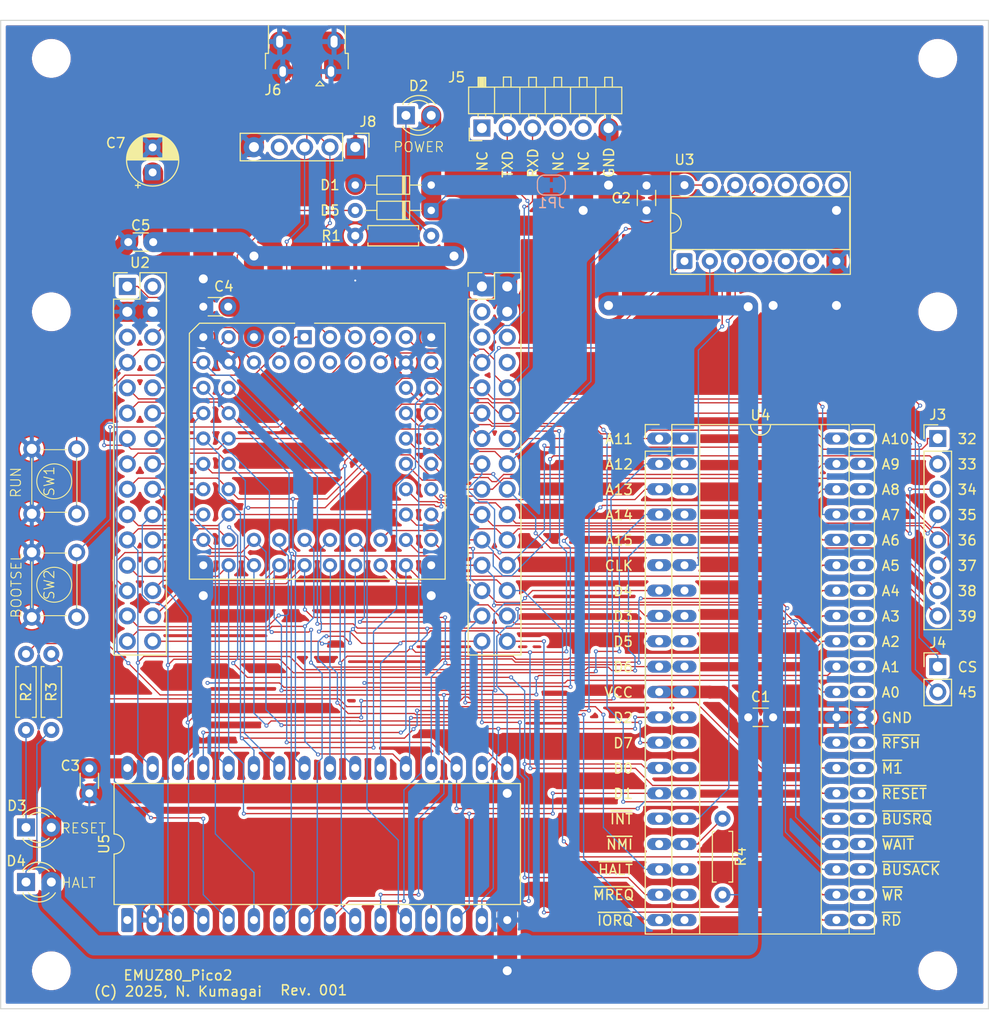
<source format=kicad_pcb>
(kicad_pcb (version 20241229) (generator "pcbnew") (generator_version "9.0")
  (title_block (title "EMUZ80_Pico2") (rev "Rev001") (company "Norihiro Kumagai"))
  (layers (0 "F.Cu" signal) (2 "B.Cu" signal) (13 "F.Paste" user) (15 "B.Paste" user) (5 "F.SilkS" user "F.Silkscreen") (7 "B.SilkS" user "B.Silkscreen") (1 "F.Mask" user) (3 "B.Mask" user) (25 "Edge.Cuts" user))
  (net 0 "")
  (net 1 "GND")
  (net 2 "+5V")
  (net 3 "Net-(D3-A)")
  (net 4 "Net-(D2-K)")
  (net 5 "Net-(D3-K)")
  (net 6 "Net-(D4-K)")
  (net 7 "RESET")
  (net 8 "HALT")
  (net 9 "Net-(U1-RUN)")
  (net 10 "Net-(U1-BOOTSEL)")
  (net 11 "A4")
  (net 12 "GPIO33")
  (net 14 "GPIO35")
  (net 16 "RAMCS")
  (net 17 "GPIO32")
  (net 18 "M1")
  (net 19 "A7")
  (net 20 "D5")
  (net 21 "RFSH")
  (net 22 "A0")
  (net 23 "D7")
  (net 24 "A9")
  (net 25 "A6")
  (net 26 "BUSRQ")
  (net 27 "A8")
  (net 28 "D3")
  (net 29 "GPIO37")
  (net 30 "A13")
  (net 31 "GPIO36")
  (net 33 "GPIO34")
  (net 34 "Net-(J6-D+)")
  (net 35 "MREQ")
  (net 36 "D6")
  (net 37 "A14")
  (net 39 "BUSAK")
  (net 40 "A5")
  (net 41 "A12")
  (net 42 "RD")
  (net 43 "D4")
  (net 44 "WAIT")
  (net 45 "WR")
  (net 46 "D1")
  (net 47 "A1")
  (net 48 "Net-(J6-D-)")
  (net 49 "A3")
  (net 50 "/GPIO40")
  (net 51 "GPIO39")
  (net 52 "D0")
  (net 53 "/TX")
  (net 54 "/RX")
  (net 55 "D2")
  (net 56 "/GPIO41")
  (net 57 "/GPIO45")
  (net 58 "A2")
  (net 59 "A11")
  (net 61 "A10")
  (net 62 "IORQ")
  (net 63 "A15")
  (net 64 "GPIO38")
  (net 65 "INT")
  (net 66 "Net-(U4-~{NMI})")
  (net 67 "CLK")
  (net 69 "Net-(D1-A)")
  (net 70 "Net-(D5-A)")
  (net 71 "/CTS")
  (net 73 "/DTR")
  (footprint "local-f:LED_D3.0mm" (layer "F.Cu") (at 144.025 51.465)
    (property "Reference" "D2")
    (property "Value" "RED")
  )
  (footprint "Connector_PinHeader_2.54mm:PinHeader_1x05_P2.54mm_Vertical" (layer "F.Cu") (at 138.945 54.64 -90)
    (property "Reference" "J8")
    (property "Value" "Conn_01x05_Pin")
  )
  (footprint "MountingHole:MountingHole_3.5mm" (layer "F.Cu") (at 108.465 137.19)
    (property "Reference" "H1" (hide yes))
    (property "Value" "MountingHole" (hide yes))
  )
  (footprint "local-f:LED_D3.0mm" (layer "F.Cu") (at 105.925 122.83)
    (property "Reference" "D3")
    (property "Value" "GREEN")
  )
  (footprint "MountingHole:MountingHole_3.5mm" (layer "F.Cu") (at 197.365 71.15)
    (property "Reference" "H4" (hide yes))
    (property "Value" "MountingHole")
  )
  (footprint "local-f:RB2350B_Core_Board" (layer "F.Cu") (at 135.135 86.39)
    (property "Reference" "U2")
    (property "Value" "RB2350B_Core_Board")
  )
  (footprint "Package_DIP:DIP-14_W7.62mm_Socket" (layer "F.Cu") (at 171.965 66.07 90)
    (property "Reference" "U3")
    (property "Value" "74HC00")
  )
  (footprint "local-f:R_Axial_L5.5mm_D2.0mm_P7.62mm_Horizontal" (layer "F.Cu") (at 105.925 113.06 90)
    (property "Reference" "R2")
    (property "Value" "1k")
  )
  (footprint "local-f:PLCC-64_THT-Socket" (layer "F.Cu") (at 135.135 85.12)
    (property "Reference" "U1" (hide yes))
    (property "Value" "Pimoroni PGA2350B")
  )
  (footprint "local-f:R_Axial_L5.5mm_D2.0mm_P7.62mm_Horizontal" (layer "F.Cu") (at 175.775 129.57 90)
    (property "Reference" "R4")
    (property "Value" "10k")
  )
  (footprint "local-f:R_Axial_L5.5mm_D2.0mm_P7.62mm_Horizontal" (layer "F.Cu") (at 146.565 63.53 180)
    (property "Reference" "R1")
    (property "Value" "1k")
  )
  (footprint "local-f:LED_D3.0mm" (layer "F.Cu") (at 105.925 128.3)
    (property "Reference" "D4")
    (property "Value" "YELLOW")
  )
  (footprint "local-f:DIP-32_W15.24mm_OvalPads" (layer "F.Cu") (at 116.085 132.11 90)
    (property "Reference" "U5")
    (property "Value" "HM628128")
  )
  (footprint "MountingHole:MountingHole_3.5mm" (layer "F.Cu") (at 197.365 45.75)
    (property "Reference" "H6" (hide yes))
    (property "Value" "MountingHole")
  )
  (footprint "Connector_PinHeader_2.54mm:PinHeader_1x02_P2.54mm_Vertical" (layer "F.Cu") (at 197.365 106.71)
    (property "Reference" "J4")
    (property "Value" "EXT_GPIO2")
  )
  (footprint "local-f:DIP-40_SidePin_Z80" (layer "F.Cu") (at 171.965 83.85)
    (property "Reference" "U4")
    (property "Value" "Z80CPU" (hide yes))
  )
  (footprint "Connector_USB:USB_Micro-B_Amphenol_10103594-0001LF_Horizontal" (layer "F.Cu") (at 134.065 45.185 180)
    (property "Reference" "J6")
    (property "Value" "USB_B_Micro")
  )
  (footprint "MountingHole:MountingHole_3.5mm" (layer "F.Cu") (at 197.365 137.19)
    (property "Reference" "H2" (hide yes))
    (property "Value" "MountingHole")
  )
  (footprint "local-f:PinHeader_1x06_P2.54mm_Horizontal_NoFeet" (layer "F.Cu") (at 151.645 52.735 90)
    (property "Reference" "J5")
    (property "Value" "Serial")
  )
  (footprint "Capacitor_THT:C_Disc_D3.0mm_W1.6mm_P2.50mm" (layer "F.Cu") (at 126.205 70.642 180)
    (property "Reference" "C4")
    (property "Value" "0.1u")
  )
  (footprint "local-f:Tact_SW" (layer "F.Cu") (at 108.755 98.5046 90)
    (property "Reference" "SW2")
    (property "Value" "BOOTSEL")
  )
  (footprint "local-f:D_DO-34_SOD68_P7.62mm_Horizontal" (layer "F.Cu") (at 146.565 60.99 180)
    (property "Reference" "D5")
    (property "Value" "1S3")
  )
  (footprint "Capacitor_THT:C_Disc_D3.0mm_W1.6mm_P2.50mm" (layer "F.Cu") (at 168.155 58.49 -90)
    (property "Reference" "C2")
    (property "Value" "0.1u")
  )
  (footprint "local-f:Tact_SW" (layer "F.Cu") (at 108.755 88.1414 90)
    (property "Reference" "SW1")
    (property "Value" "RUN")
  )
  (footprint "Capacitor_THT:C_Disc_D3.0mm_W1.6mm_P2.50mm" (layer "F.Cu") (at 112.275 116.91 -90)
    (property "Reference" "C3")
    (property "Value" "0.1u")
  )
  (footprint "Connector_PinHeader_2.54mm:PinHeader_1x08_P2.54mm_Vertical" (layer "F.Cu") (at 197.365 83.85)
    (property "Reference" "J3")
    (property "Value" "EXT_GPIO1")
  )
  (footprint "Capacitor_THT:CP_Radial_D5.0mm_P2.50mm" (layer "F.Cu") (at 118.625 57.18 90)
    (property "Reference" "C7")
    (property "Value" "10uF")
  )
  (footprint "local-f:R_Axial_L5.5mm_D2.0mm_P7.62mm_Horizontal" (layer "F.Cu") (at 108.465 113.06 90)
    (property "Reference" "R3")
    (property "Value" "1k")
  )
  (footprint "MountingHole:MountingHole_3.5mm" (layer "F.Cu") (at 108.465 71.15)
    (property "Reference" "H3" (hide yes))
    (property "Value" "MountingHole")
  )
  (footprint "MountingHole:MountingHole_3.5mm" (layer "F.Cu") (at 108.465 45.75)
    (property "Reference" "H5" (hide yes))
    (property "Value" "MountingHole")
  )
  (footprint "local-f:D_DO-34_SOD68_P7.62mm_Horizontal" (layer "F.Cu") (at 146.565 58.45 180)
    (property "Reference" "D1")
    (property "Value" "1S3")
  )
  (footprint "Capacitor_THT:C_Disc_D3.0mm_W1.6mm_P2.50mm" (layer "F.Cu") (at 178.355 111.79)
    (property "Reference" "C1")
    (property "Value" "0.1u")
  )
  (footprint "Capacitor_THT:C_Disc_D3.0mm_W1.6mm_P2.50mm" (layer "F.Cu") (at 118.68 64.165 180)
    (property "Reference" "C5")
    (property "Value" "0.1u")
  )
  (footprint "Jumper:SolderJumper-2_P1.3mm_Bridged_RoundedPad1.0x1.5mm" (layer "B.Cu") (at 158.615 58.45)
    (property "Reference" "JP1")
    (property "Value" "VCC_Jumper")
  )
  (gr_line (start 171.457 111.917) (end 171.457 111.663) (stroke (width 0.2)) (layer "F.Cu") (net 55))
  (gr_line (start 169.425 124.49) (end 171.965 124.49) (stroke (width 0.127)) (layer "F.Cu") (net 66))
  (gr_line (start 103.385 141) (end 103.385 41.94) (stroke (width 0.1)) (layer "Edge.Cuts"))
  (gr_line (start 202.445 41.94) (end 202.445 141) (stroke (width 0.1)) (layer "Edge.Cuts"))
  (gr_line (start 202.445 141) (end 103.385 141) (stroke (width 0.1)) (layer "Edge.Cuts"))
  (gr_line (start 202.445 41.94) (end 103.385 41.94) (stroke (width 0.1)) (layer "Edge.Cuts"))
  (gr_text "D3" (at 166.885 102.265 0) (layer "F.SilkS") (effects (font (size 1 1)) (justify right bottom)))
  (gr_text "NC" (at 162.44 57.18 90) (layer "F.SilkS") (effects (font (size 1 1)) (justify left bottom)))
  (gr_text "A7" (at 191.65 92.105 0) (layer "F.SilkS") (effects (font (size 1 1)) (justify left bottom)))
  (gr_text "POWER" (at 142.7042 55.2242 0) (layer "F.SilkS") (effects (font (size 1 1) (thickness 0.1)) (justify left bottom)))
  (gr_text "A10" (at 191.65 84.485 0) (layer "F.SilkS") (effects (font (size 1 1)) (justify left bottom)))
  (gr_text "A2" (at 191.65 104.805 0) (layer "F.SilkS") (effects (font (size 1 1)) (justify left bottom)))
  (gr_text "D4" (at 166.885 99.725 0) (layer "F.SilkS") (effects (font (size 1 1)) (justify right bottom)))
  (gr_text "A11" (at 166.885 84.485 0) (layer "F.SilkS") (effects (font (size 1 1)) (justify right bottom)))
  (gr_text "~{M1}" (at 191.65 117.505 0) (layer "F.SilkS") (effects (font (size 1 1)) (justify left bottom)))
  (gr_text "35" (at 199.27 92.105 0) (layer "F.SilkS") (effects (font (size 1 1)) (justify left bottom)))
  (gr_text "39" (at 199.27 102.265 0) (layer "F.SilkS") (effects (font (size 1 1)) (justify left bottom)))
  (gr_text "D0" (at 166.885 117.505 0) (layer "F.SilkS") (effects (font (size 1 1)) (justify right bottom)))
  (gr_text "38" (at 199.27 99.725 0) (layer "F.SilkS") (effects (font (size 1 1)) (justify left bottom)))
  (gr_text "A8" (at 191.65 89.565 0) (layer "F.SilkS") (effects (font (size 1 1)) (justify left bottom)))
  (gr_text "33" (at 199.27 87.025 0) (layer "F.SilkS") (effects (font (size 1 1)) (justify left bottom)))
  (gr_text "45" (at 199.27 109.885 0) (layer "F.SilkS") (effects (font (size 1 1)) (justify left bottom)))
  (gr_text "NC" (at 152.28 57.18 90) (layer "F.SilkS") (effects (font (size 1 1)) (justify left bottom)))
  (gr_text "37" (at 199.27 97.185 0) (layer "F.SilkS") (effects (font (size 1 1)) (justify left bottom)))
  (gr_text "D5" (at 166.885 104.805 0) (layer "F.SilkS") (effects (font (size 1 1)) (justify right bottom)))
  (gr_text "36" (at 199.27 94.645 0) (layer "F.SilkS") (effects (font (size 1 1)) (justify left bottom)))
  (gr_text "~{INT}" (at 166.885 122.585 0) (layer "F.SilkS") (effects (font (size 1 1)) (justify right bottom)))
  (gr_text "A12" (at 166.885 87.025 0) (layer "F.SilkS") (effects (font (size 1 1)) (justify right bottom)))
  (gr_text "BOOTSEL" (at 105.544 101.9348 90) (layer "F.SilkS") (effects (font (size 1 1) (thickness 0.1)) (justify left bottom)))
  (gr_text "A1" (at 191.65 107.345 0) (layer "F.SilkS") (effects (font (size 1 1)) (justify left bottom)))
  (gr_text "~{WAIT}" (at 191.65 125.125 0) (layer "F.SilkS") (effects (font (size 1 1)) (justify left bottom)))
  (gr_text "A15" (at 166.885 94.645 0) (layer "F.SilkS") (effects (font (size 1 1)) (justify right bottom)))
  (gr_text "~{NMI}" (at 166.885 125.125 0) (layer "F.SilkS") (effects (font (size 1 1)) (justify right bottom)))
  (gr_text "A3" (at 191.65 102.265 0) (layer "F.SilkS") (effects (font (size 1 1)) (justify left bottom)))
  (gr_text "A9" (at 191.65 87.025 0) (layer "F.SilkS") (effects (font (size 1 1)) (justify left bottom)))
  (gr_text "D6" (at 166.885 107.345 0) (layer "F.SilkS") (effects (font (size 1 1)) (justify right bottom)))
  (gr_text "GND" (at 164.98 57.815 90) (layer "F.SilkS") (effects (font (size 1 1)) (justify left bottom)))
  (gr_text "~{HALT}" (at 166.885 127.665 0) (layer "F.SilkS") (effects (font (size 1 1)) (justify right bottom)))
  (gr_text "TXD" (at 154.82 57.815 90) (layer "F.SilkS") (effects (font (size 1 1)) (justify left bottom)))
  (gr_text "34" (at 199.27 89.565 0) (layer "F.SilkS") (effects (font (size 1 1)) (justify left bottom)))
  (gr_text "~{BUSRQ}" (at 191.65 122.585 0) (layer "F.SilkS") (effects (font (size 1 1)) (justify left bottom)))
  (gr_text "~{RESET}" (at 191.65 120.045 0) (layer "F.SilkS") (effects (font (size 1 1)) (justify left bottom)))
  (gr_text "CS" (at 199.27 107.345 0) (layer "F.SilkS") (effects (font (size 1 1)) (justify left bottom)))
  (gr_text "Rev. 001" (at 131.325 139.73 0) (layer "F.SilkS") (effects (font (size 1 1)) (justify left bottom)))
  (gr_text "A14" (at 166.885 92.105 0) (layer "F.SilkS") (effects (font (size 1 1)) (justify right bottom)))
  (gr_text "~{WR}" (at 191.65 130.205 0) (layer "F.SilkS") (effects (font (size 1 1)) (justify left bottom)))
  (gr_text "HALT" (at 109.3794 128.9604 0) (layer "F.SilkS") (effects (font (size 1 1) (thickness 0.1)) (justify left bottom)))
  (gr_text "~{MREQ}" (at 167.005 130.175 0) (layer "F.SilkS") (effects (font (size 1 1)) (justify right bottom)))
  (gr_text "GND" (at 191.65 112.425 0) (layer "F.SilkS") (effects (font (size 1 1)) (justify left bottom)))
  (gr_text "A4" (at 191.65 99.725 0) (layer "F.SilkS") (effects (font (size 1 1)) (justify left bottom)))
  (gr_text "D2" (at 166.885 112.425 0) (layer "F.SilkS") (effects (font (size 1 1)) (justify right bottom)))
  (gr_text "CLK" (at 166.885 97.185 0) (layer "F.SilkS") (effects (font (size 1 1)) (justify right bottom)))
  (gr_text "NC" (at 159.9 57.18 90) (layer "F.SilkS") (effects (font (size 1 1)) (justify left bottom)))
  (gr_text "RXD" (at 157.36 57.815 90) (layer "F.SilkS") (effects (font (size 1 1)) (justify left bottom)))
  (gr_text "~{RD}" (at 193.809 132.745 0) (layer "F.SilkS") (effects (font (size 1 1)) (justify right bottom)))
  (gr_text "EMUZ80_Pico2\n(C) 2025, N. Kumagai" (at 121.165 138.46 0) (layer "F.SilkS") (effects (font (size 1 1))))
  (gr_text "A5" (at 191.65 97.185 0) (layer "F.SilkS") (effects (font (size 1 1)) (justify left bottom)))
  (gr_text "~{BUSACK}" (at 191.65 127.665 0) (layer "F.SilkS") (effects (font (size 1 1)) (justify left bottom)))
  (gr_text "A13" (at 166.885 89.565 0) (layer "F.SilkS") (effects (font (size 1 1)) (justify right bottom)))
  (gr_text "32" (at 199.27 84.485 0) (layer "F.SilkS") (effects (font (size 1 1)) (justify left bottom)))
  (gr_text "A6" (at 191.65 94.645 0) (layer "F.SilkS") (effects (font (size 1 1)) (justify left bottom)))
  (gr_text "RUN" (at 105.4932 89.8698 90) (layer "F.SilkS") (effects (font (size 1 1) (thickness 0.1)) (justify left bottom)))
  (gr_text "D1" (at 166.885 120.045 0) (layer "F.SilkS") (effects (font (size 1 1)) (justify right bottom)))
  (gr_text "~{RFSH}" (at 191.65 114.965 0) (layer "F.SilkS") (effects (font (size 1 1)) (justify left bottom)))
  (gr_text "VCC" (at 166.885 109.885 0) (layer "F.SilkS") (effects (font (size 1 1)) (justify right bottom)))
  (gr_text "D7" (at 166.885 114.965 0) (layer "F.SilkS") (effects (font (size 1 1)) (justify right bottom)))
  (gr_text "~{IORQ}" (at 166.885 132.745 0) (layer "F.SilkS") (effects (font (size 1 1)) (justify right bottom)))
  (gr_text "RESET" (at 109.354 123.4994 0) (layer "F.SilkS") (effects (font (size 1 1) (thickness 0.1)) (justify left bottom)))
  (gr_text "A0" (at 191.65 109.885 0) (layer "F.SilkS") (effects (font (size 1 1)) (justify left bottom)))
  (segment (start 128.785 54.64) (end 128.785 47.655) (width 2) (layer "F.Cu") (net 1))
  (segment (start 132.79 46.95) (end 132.79 47.9672) (width 0.127) (layer "F.Cu") (net 1))
  (segment (start 137.04 45.995) (end 137.04 45.75) (width 0.127) (layer "F.Cu") (net 1))
  (segment (start 187.205 66.07) (end 187.205 70.515) (width 2) (layer "F.Cu") (net 1))
  (segment (start 116.18 64.165) (end 114.134 66.211) (width 2) (layer "F.Cu") (net 1))
  (segment (start 131.36 44.7775) (end 131.36 45.485) (width 2) (layer "F.Cu") (net 1))
  (segment (start 154.185 132.11) (end 154.185 137.19) (width 2) (layer "F.Cu") (net 1))
  (segment (start 114.134 70.561) (end 114.723 71.15) (width 2) (layer "F.Cu") (net 1))
  (segment (start 130.605 47.655) (end 131.19 47.07) (width 2) (layer "F.Cu") (net 1))
  (segment (start 131.36 44.07) (end 131.36 44.7775) (width 2) (layer "F.Cu") (net 1))
  (segment (start 134.78 44.07) (end 135.05 43.8) (width 0.127) (layer "F.Cu") (net 1))
  (segment (start 161.805 60.99) (end 160.281 62.514) (width 2) (layer "F.Cu") (net 1))
  (segment (start 134.09 44.07) (end 135.455 44.07) (width 2) (layer "F.Cu") (net 1))
  (segment (start 131.36 45.485) (end 131.36 46.9) (width 2) (layer "F.Cu") (net 1))
  (segment (start 161.805 60.99) (end 161.805 56.4771) (width 2) (layer "F.Cu") (net 1))
  (segment (start 114.723 71.15) (end 116.085 71.15) (width 2) (layer "F.Cu") (net 1))
  (segment (start 131.34 45.1112) (end 131.34 45) (width 0.127) (layer "F.Cu") (net 1))
  (segment (start 154.185 119.41) (end 112.275 119.41) (width 2) (layer "F.Cu") (net 1))
  (segment (start 161.805 56.4771) (end 164.345 53.9371) (width 2) (layer "F.Cu") (net 1))
  (segment (start 131.67 48.0122) (end 131.9774 48.0122) (width 0.127) (layer "F.Cu") (net 1))
  (segment (start 123.705 54.913) (end 123.705 67.848) (width 2) (layer "F.Cu") (net 1))
  (segment (start 136.82 46.93) (end 136.94 47.05) (width 2) (layer "F.Cu") (net 1))
  (segment (start 128.785 54.64) (end 118.625 54.68) (width 2) (layer "F.Cu") (net 1))
  (segment (start 132.4549 47.9672) (end 132.79 47.9672) (width 0.127) (layer "F.Cu") (net 1))
  (segment (start 154.185 62.514) (end 154.185 68.61) (width 2) (layer "F.Cu") (net 1))
  (segment (start 132.2386 47.751) (end 132.2387 47.751) (width 0.127) (layer "F.Cu") (net 1))
  (segment (start 136.82 46.215) (end 137.04 45.995) (width 0.127) (layer "F.Cu") (net 1))
  (segment (start 117.494 54.68) (end 116.18 55.9936) (width 2) (layer "F.Cu") (net 1))
  (segment (start 116.18 55.9936) (end 116.18 64.165) (width 2) (layer "F.Cu") (net 1))
  (segment (start 180.855 111.79) (end 189.745 111.79) (width 1.27) (layer "F.Cu") (net 1))
  (segment (start 134.7725 44.07) (end 134.78 44.07) (width 0.127) (layer "F.Cu") (net 1))
  (segment (start 132.86 44.07) (end 133.13 43.8) (width 0.127) (layer "F.Cu") (net 1))
  (segment (start 146.565 99.598) (end 123.705 99.598) (width 2) (layer "F.Cu") (net 1))
  (segment (start 131.36 45.1312) (end 131.34 45.1112) (width 0.127) (layer "F.Cu") (net 1))
  (segment (start 131.67 47.07) (end 131.36 46.9) (width 2) (layer "F.Cu") (net 1))
  (segment (start 164.345 53.9371) (end 164.345 52.735) (width 2) (layer "F.Cu") (net 1))
  (segment (start 118.625 54.68) (end 117.494 54.68) (width 2) (layer "F.Cu") (net 1))
  (segment (start 131.36 46.1925) (end 131.09 45.9225) (width 0.127) (layer "F.Cu") (net 1))
  (segment (start 160.281 62.514) (end 154.185 62.514) (width 2) (layer "F.Cu") (net 1))
  (segment (start 138.945 63.53) (end 138.945 68.017333) (width 0.4) (layer "F.Cu") (net 1))
  (segment (start 135.455 44.07) (end 136.82 44.07) (width 2) (layer "F.Cu") (net 1))
  (segment (start 180.855 70.515) (end 181.49 70.515) (width 2) (layer "F.Cu") (net 1))
  (segment (start 131.36 44.07) (end 134.09 44.07) (width 2) (layer "F.Cu") (net 1))
  (segment (start 131.67 47.07) (end 131.67 48.0122) (width 0.127) (layer "F.Cu") (net 1))
  (segment (start 131.09 45.9225) (end 131.09 45.75) (width 0.127) (layer "F.Cu") (net 1))
  (segment (start 136.82 44.07) (end 136.82 45.5) (width 2) (layer "F.Cu") (net 1))
  (segment (start 131.9774 48.0122) (end 132.2386 47.751) (width 0.127) (layer "F.Cu") (net 1))
  (segment (start 132.725 44.07) (end 132.86 44.07) (width 0.127) (layer "F.Cu") (net 1))
  (segment (start 131.36 46.9) (end 131.19 47.07) (width 2) (layer "F.Cu") (net 1))
  (segment (start 116.085 71.15) (end 118.625 71.15) (width 2) (layer "F.Cu") (net 1))
  (segment (start 187.205 66.07) (end 187.205 60.99) (width 2) (layer "F.Cu") (net 1))
  (segment (start 128.785 47.655) (end 130.605 47.655) (width 2) (layer "F.Cu") (net 1))
  (segment (start 113.799 66.211) (end 113.799 70.561) (width 2) (layer "F.Cu") (net 1))
  (segment (start 136.82 45.5) (end 136.82 46.93) (width 2) (layer "F.Cu") (net 1))
  (segment (start 132.2387 47.751) (end 132.4549 47.9672) (width 0.127) (layer "F.Cu") (net 1))
  (via (at 138.945 68.017333) (size 0.4) (drill 0.2) (layers "F.Cu" "B.Cu") (net 1))
  (via (at 187.205 70.515) (size 1.27) (drill 0.9) (layers "F.Cu" "B.Cu") (net 1))
  (via (at 161.805 60.99) (size 1.27) (drill 0.9) (layers "F.Cu" "B.Cu") (net 1))
  (via (at 146.565 99.598) (size 1.27) (drill 0.9) (layers "F.Cu" "B.Cu") (net 1))
  (via (at 187.205 60.99) (size 1.27) (drill 0.9) (layers "F.Cu" "B.Cu") (net 1))
  (via (at 180.855 70.515) (size 1.27) (drill 0.9) (layers "F.Cu" "B.Cu") (net 1))
  (via (at 123.705 67.848) (size 1.27) (drill 0.9) (layers "F.Cu" "B.Cu") (net 1))
  (via (at 154.185 137.19) (size 1.27) (drill 0.9) (layers "F.Cu" "B.Cu") (net 1))
  (via (at 154.185 119.41) (size 1.27) (drill 0.9) (layers "F.Cu" "B.Cu") (net 1))
  (via (at 123.705 99.598) (size 1.27) (drill 0.9) (layers "F.Cu" "B.Cu") (net 1))
  (segment (start 114.307 71.15) (end 106.433 79.024) (width 0.4) (layer "B.Cu") (net 1))
  (segment (start 106.505 91.47) (end 106.505 95.28) (width 0.4) (layer "B.Cu") (net 1))
  (segment (start 123.705 99.598) (end 123.705 96.55) (width 2) (layer "B.Cu") (net 1))
  (segment (start 123.705 67.848) (end 138.945 68.017333) (width 2) (layer "B.Cu") (net 1))
  (segment (start 106.505 79.096) (end 106.505 84.97) (width 0.4) (layer "B.Cu") (net 1))
  (segment (start 146.565 68.102) (end 146.565 73.69) (width 2) (layer "B.Cu") (net 1))
  (segment (start 122.435 71.15) (end 123.705 69.88) (width 2) (layer "B.Cu") (net 1))
  (segment (start 146.565 96.55) (end 146.565 99.598) (width 2) (layer "B.Cu") (net 1))
  (segment (start 149.105 73.69) (end 149.105 96.55) (width 2) (layer "B.Cu") (net 1))
  (segment (start 146.565 73.69) (end 149.105 73.69) (width 2) (layer "B.Cu") (net 1))
  (segment (start 121.165 73.69) (end 123.705 73.69) (width 2) (layer "B.Cu") (net 1))
  (segment (start 180.855 111.79) (end 180.855 137.19) (width 2) (layer "B.Cu") (net 1))
  (segment (start 180.855 111.79) (end 180.855 70.515) (width 2) (layer "B.Cu") (net 1))
  (segment (start 116.085 71.15) (end 114.307 71.15) (width 0.4) (layer "B.Cu") (net 1))
  (segment (start 144.025 76.23) (end 146.565 73.69) (width 0.4) (layer "B.Cu") (net 1))
  (segment (start 121.165 71.15) (end 122.435 71.15) (width 2) (layer "B.Cu") (net 1))
  (segment (start 121.165 73.69) (end 121.165 96.55) (width 2) (layer "B.Cu") (net 1))
  (segment (start 180.855 70.515) (end 187.205 70.515) (width 2) (layer "B.Cu") (net 1))
  (segment (start 121.165 73.69) (end 121.165 71.15) (width 2) (layer "B.Cu") (net 1))
  (segment (start 149.105 96.55) (end 146.565 96.55) (width 2) (layer "B.Cu") (net 1))
  (segment (start 151.137 68.102) (end 151.645 68.61) (width 2) (layer "B.Cu") (net 1))
  (segment (start 118.625 71.15) (end 121.165 71.15) (width 2) (layer "B.Cu") (net 1))
  (segment (start 180.855 137.19) (end 154.185 137.19) (width 2) (layer "B.Cu") (net 1))
  (segment (start 154.185 71.01214) (end 154.11607 71.08107) (width 2) (layer "B.Cu") (net 1))
  (segment (start 128.745 54.68) (end 128.785 54.64) (width 2) (layer "B.Cu") (net 1))
  (segment (start 151.645 68.61) (end 154.185 68.61) (width 2) (layer "B.Cu") (net 1))
  (segment (start 154.185 68.61) (end 154.185 71.01214) (width 2) (layer "B.Cu") (net 1))
  (segment (start 126.245 76.23) (end 123.705 73.69) (width 1.27) (layer "B.Cu") (net 1))
  (segment (start 118.625 132.11) (end 112.275 125.76) (width 0.2) (layer "B.Cu") (net 1))
  (segment (start 106.505 84.97) (end 106.505 91.47) (width 0.4) (layer "B.Cu") (net 1))
  (segment (start 138.945 68.017333) (end 146.565 68.102) (width 2) (layer "B.Cu") (net 1))
  (segment (start 106.433 79.024) (end 106.505 79.096) (width 0.4) (layer "B.Cu") (net 1))
  (segment (start 121.165 96.55) (end 123.705 96.55) (width 2) (layer "B.Cu") (net 1))
  (segment (start 106.505 95.28) (end 106.505 101.78) (width 0.4) (layer "B.Cu") (net 1))
  (segment (start 187.205 60.99) (end 161.805 60.99) (width 2) (layer "B.Cu") (net 1))
  (segment (start 154.185 119.41) (end 154.185 132.11) (width 2) (layer "B.Cu") (net 1))
  (segment (start 123.705 73.69) (end 123.705 67.848) (width 2) (layer "B.Cu") (net 1))
  (segment (start 146.565 68.102) (end 151.137 68.102) (width 2) (layer "B.Cu") (net 1))
  (segment (start 112.275 125.76) (end 112.275 119.41) (width 0.2) (layer "B.Cu") (net 1))
  (segment (start 118.68 57.235) (end 118.625 57.18) (width 2) (layer "F.Cu") (net 2))
  (segment (start 127.7114 70.642) (end 128.805 70.642) (width 2) (layer "F.Cu") (net 2))
  (segment (start 128.785 65.562) (end 128.785 70.9669) (width 2) (layer "F.Cu") (net 2))
  (segment (start 148.851 60.99) (end 148.851 65.562) (width 2) (layer "F.Cu") (net 2))
  (segment (start 146.565 60.99) (end 148.851 60.99) (width 2) (layer "F.Cu") (net 2))
  (segment (start 146.565 60.99) (end 146.565 58.45) (width 2) (layer "F.Cu") (net 2))
  (segment (start 126.205 70.642) (end 126.225 70.642) (width 0.127) (layer "F.Cu") (net 2))
  (segment (start 146.565 58.45) (end 146.565 51.465) (width 2) (layer "F.Cu") (net 2))
  (segment (start 118.68 64.165) (end 118.68 57.235) (width 2) (layer "F.Cu") (net 2))
  (segment (start 126.225 70.642) (end 127.7114 70.642) (width 2) (layer "F.Cu") (net 2))
  (segment (start 128.785 70.9669) (end 128.785 73.69) (width 2) (layer "F.Cu") (net 2))
  (via (at 128.785 65.562) (size 1.27) (drill 0.9) (layers "F.Cu" "B.Cu") (net 2))
  (via (at 148.851 65.562) (size 1.27) (drill 0.9) (layers "F.Cu" "B.Cu") (net 2))
  (segment (start 148.851 65.562) (end 128.785 65.562) (width 2) (layer "B.Cu") (net 2))
  (segment (start 157.965 58.45) (end 157.233 58.45) (width 0.127) (layer "B.Cu") (net 2))
  (segment (start 146.565 58.45) (end 157.233 58.45) (width 2) (layer "B.Cu") (net 2))
  (segment (start 149.105 58.45) (end 146.565 60.99) (width 0.127) (layer "B.Cu") (net 2))
  (segment (start 118.68 64.165) (end 127.388 64.165) (width 2) (layer "B.Cu") (net 2))
  (segment (start 127.388 64.165) (end 128.785 65.562) (width 2) (layer "B.Cu") (net 2))
  (segment (start 174.483 109.25) (end 174.505 109.272) (width 1.27) (layer "F.Cu") (net 3))
  (segment (start 164.345 70.515) (end 164.345 58.45) (width 2) (layer "F.Cu") (net 3))
  (segment (start 174.505 58.45) (end 171.965 58.45) (width 0.127) (layer "F.Cu") (net 3))
  (segment (start 171.965 109.25) (end 174.483 109.25) (width 1.27) (layer "F.Cu") (net 3))
  (segment (start 108.465 119.589) (end 111.144 116.91) (width 2) (layer "F.Cu") (net 3))
  (segment (start 108.465 128.3) (end 108.465 122.83) (width 2) (layer "F.Cu") (net 3))
  (segment (start 174.505 109.272) (end 175.902 109.272) (width 1.27) (layer "F.Cu") (net 3))
  (segment (start 108.465 122.83) (end 108.465 119.589) (width 2) (layer "F.Cu") (net 3))
  (segment (start 178.355 70.555) (end 178.315 70.515) (width 2) (layer "F.Cu") (net 3))
  (segment (start 169.425 109.25) (end 171.965 109.25) (width 1.27) (layer "F.Cu") (net 3))
  (segment (start 111.144 116.91) (end 112.275 116.91) (width 2) (layer "F.Cu") (net 3))
  (segment (start 112.275 116.91) (end 116.045 116.91) (width 2) (layer "F.Cu") (net 3))
  (segment (start 178.355 70.555) (end 178.355 70.642) (width 0.127) (layer "F.Cu") (net 3))
  (segment (start 178.355 111.725) (end 178.355 111.79) (width 1.27) (layer "F.Cu") (net 3))
  (segment (start 116.045 116.91) (end 116.085 116.87) (width 2) (layer "F.Cu") (net 3))
  (segment (start 175.902 109.272) (end 178.355 111.725) (width 1.27) (layer "F.Cu") (net 3))
  (via (at 164.345 58.45) (size 1.27) (drill 0.9) (layers "F.Cu" "B.Cu") (net 3))
  (via (at 164.345 70.515) (size 1.27) (drill 0.9) (layers "F.Cu" "B.Cu") (net 3))
  (via (at 178.355 70.642) (size 1.27) (drill 0.9) (layers "F.Cu" "B.Cu") (net 3))
  (segment (start 178.355 70.642) (end 178.355 70.5985) (width 2) (layer "B.Cu") (net 3))
  (segment (start 178.355 134.356) (end 178.355 131.963) (width 2) (layer "B.Cu") (net 3))
  (segment (start 178.315 132.003) (end 178.315 134.65) (width 0.127) (layer "B.Cu") (net 3))
  (segment (start 108.465 130.332) (end 108.465 128.3) (width 2) (layer "B.Cu") (net 3))
  (segment (start 155.709 134.65) (end 112.783 134.65) (width 2) (layer "B.Cu") (net 3))
  (segment (start 178.315 70.5585) (end 178.315 70.515) (width 0.127) (layer "B.Cu") (net 3))
  (segment (start 178.355 129.57) (end 178.355 111.79) (width 2) (layer "B.Cu") (net 3))
  (segment (start 178.355 70.5985) (end 178.315 70.5585) (width 0.127) (layer "B.Cu") (net 3))
  (segment (start 155.963 134.396) (end 155.709 134.65) (width 2) (layer "B.Cu") (net 3))
  (segment (start 174.505 66.07) (end 174.505 70.0746) (width 0.127) (layer "B.Cu") (net 3))
  (segment (start 164.345 70.515) (end 174.065 70.515) (width 2) (layer "B.Cu") (net 3))
  (segment (start 178.315 134.65) (end 156.217 134.65) (width 2) (layer "B.Cu") (net 3))
  (segment (start 178.355 131.963) (end 178.315 132.003) (width 0.127) (layer "B.Cu") (net 3))
  (segment (start 159.265 58.45) (end 159.9 58.45) (width 0.127) (layer "B.Cu") (net 3))
  (segment (start 178.355 70.5985) (end 178.355 70.555) (width 2) (layer "B.Cu") (net 3))
  (segment (start 164.345 58.45) (end 171.965 58.45) (width 2) (layer "B.Cu") (net 3))
  (segment (start 178.355 131.963) (end 178.355 129.57) (width 2) (layer "B.Cu") (net 3))
  (segment (start 174.505 70.0746) (end 174.065 70.515) (width 0.127) (layer "B.Cu") (net 3))
  (segment (start 178.355 111.79) (end 178.355 70.642) (width 2) (layer "B.Cu") (net 3))
  (segment (start 174.065 70.515) (end 178.315 70.515) (width 2) (layer "B.Cu") (net 3))
  (segment (start 175.775 129.57) (end 178.355 129.57) (width 0.127) (layer "B.Cu") (net 3))
  (segment (start 164.345 58.45) (end 159.9 58.45) (width 2) (layer "B.Cu") (net 3))
  (segment (start 156.217 134.65) (end 155.963 134.65) (width 2) (layer "B.Cu") (net 3))
  (segment (start 112.783 134.65) (end 108.465 130.332) (width 2) (layer "B.Cu") (net 3))
  (segment (start 156.217 134.65) (end 155.963 134.396) (width 0.127) (layer "B.Cu") (net 3))
  (segment (start 144.025 60.99) (end 146.565 63.53) (width 0.127) (layer "B.Cu") (net 4))
  (segment (start 144.025 51.465) (end 144.025 60.99) (width 0.127) (layer "B.Cu") (net 4))
  (segment (start 105.925 113.06) (end 105.925 122.83) (width 0.127) (layer "B.Cu") (net 5))
  (segment (start 107.017 114.508) (end 108.465 113.06) (width 0.127) (layer "B.Cu") (net 6))
  (segment (start 105.925 128.3) (end 105.925 127.208) (width 0.127) (layer "B.Cu") (net 6))
  (segment (start 107.017 126.116) (end 107.017 114.508) (width 0.127) (layer "B.Cu") (net 6))
  (segment (start 105.925 127.208) (end 107.017 126.116) (width 0.127) (layer "B.Cu") (net 6))
  (segment (start 159.392 83.1049) (end 154.93 83.1049) (width 0.127) (layer "F.Cu") (net 7))
  (segment (start 114.055 104.401) (end 114.88 105.226) (width 0.127) (layer "F.Cu") (net 7))
  (segment (start 144.105 105.226) (end 144.531 104.8) (width 0.127) (layer "F.Cu") (net 7))
  (segment (start 168.762 118.618) (end 185.021 118.618) (width 0.127) (layer "F.Cu") (net 7))
  (segment (start 144.531 104.8) (end 145.004 105.273) (width 0.127) (layer "F.Cu") (net 7))
  (segment (start 160.04 105.273) (end 160.127 105.186) (width 0.127) (layer "F.Cu") (net 7))
  (segment (start 145.004 105.273) (end 154.916 105.273) (width 0.127) (layer "F.Cu") (net 7))
  (segment (start 106.964 104.401) (end 114.055 104.401) (width 0.127) (layer "F.Cu") (net 7))
  (segment (start 189.745 119.41) (end 187.205 119.41) (width 0.127) (layer "F.Cu") (net 7))
  (segment (start 105.925 105.44) (end 106.964 104.401) (width 0.127) (layer "F.Cu") (net 7))
  (segment (start 154.93 83.1049) (end 154.185 83.85) (width 0.127) (layer "F.Cu") (net 7))
  (segment (start 185.813 119.41) (end 187.205 119.41) (width 0.127) (layer "F.Cu") (net 7))
  (segment (start 114.88 105.226) (end 144.105 105.226) (width 0.127) (layer "F.Cu") (net 7))
  (segment (start 154.916 105.273) (end 160.04 105.273) (width 0.127) (layer "F.Cu") (net 7))
  (segment (start 185.021 118.618) (end 185.813 119.41) (width 0.127) (layer "F.Cu") (net 7))
  (segment (start 156.51 116.906) (end 167.05 116.906) (width 0.127) (layer "F.Cu") (net 7))
  (segment (start 167.05 116.906) (end 168.762 118.618) (width 0.127) (layer "F.Cu") (net 7))
  (via (at 156.51 116.906) (size 0.4) (drill 0.2) (layers "F.Cu" "B.Cu") (net 7))
  (via (at 160.127 105.186) (size 0.4) (drill 0.2) (layers "F.Cu" "B.Cu") (net 7))
  (via (at 144.531 104.8) (size 0.4) (drill 0.2) (layers "F.Cu" "B.Cu") (net 7))
  (via (at 156.471 105.273) (size 0.4) (drill 0.2) (layers "F.Cu" "B.Cu") (net 7))
  (via (at 159.392 83.1049) (size 0.4) (drill 0.2) (layers "F.Cu" "B.Cu") (net 7))
  (segment (start 159.427 83.5411) (end 159.427 94.4892) (width 0.127) (layer "B.Cu") (net 7))
  (segment (start 144.531 104.798) (end 145.314 104.015) (width 0.127) (layer "B.Cu") (net 7))
  (segment (start 144.531 104.8) (end 144.531 104.798) (width 0.127) (layer "B.Cu") (net 7))
  (segment (start 145.314 82.5611) (end 146.565 81.31) (width 0.127) (layer "B.Cu") (net 7))
  (segment (start 159.427 94.4892) (end 160.127 95.1895) (width 0.127) (layer "B.Cu") (net 7))
  (segment (start 145.314 104.015) (end 145.314 82.5611) (width 0.127) (layer "B.Cu") (net 7))
  (segment (start 156.471 105.273) (end 156.471 116.867) (width 0.127) (layer "B.Cu") (net 7))
  (segment (start 156.471 116.867) (end 156.51 116.906) (width 0.127) (layer "B.Cu") (net 7))
  (segment (start 159.392 83.1049) (end 159.427 83.5411) (width 0.127) (layer "B.Cu") (net 7))
  (segment (start 160.127 95.1895) (end 160.127 105.186) (width 0.127) (layer "B.Cu") (net 7))
  (segment (start 138.1 110.723) (end 137.314 109.937) (width 0.127) (layer "F.Cu") (net 8))
  (segment (start 137.314 109.937) (end 112.962 109.937) (width 0.127) (layer "F.Cu") (net 8))
  (segment (start 112.962 109.937) (end 108.465 105.44) (width 0.127) (layer "F.Cu") (net 8))
  (segment (start 163.033 110.723) (end 138.1 110.723) (width 0.127) (layer "F.Cu") (net 8))
  (segment (start 163.834 111.524) (end 163.033 110.723) (width 0.127) (layer "F.Cu") (net 8))
  (segment (start 171.965 127.03) (end 169.425 127.03) (width 0.127) (layer "F.Cu") (net 8))
  (via (at 163.834 111.524) (size 0.4) (drill 0.2) (layers "F.Cu" "B.Cu") (net 8))
  (segment (start 168.033 127.03) (end 163.834 122.831) (width 0.127) (layer "B.Cu") (net 8))
  (segment (start 163.834 122.831) (end 163.834 111.524) (width 0.127) (layer "B.Cu") (net 8))
  (segment (start 169.425 127.03) (end 168.033 127.03) (width 0.127) (layer "B.Cu") (net 8))
  (segment (start 130.055 76.2482) (end 128.803 77.5) (width 0.127) (layer "F.Cu") (net 9))
  (segment (start 130.055 76.122) (end 130.055 76.2482) (width 0.127) (layer "F.Cu") (net 9))
  (segment (start 133.865 73.69) (end 132.962 73.69) (width 0.127) (layer "F.Cu") (net 9))
  (segment (start 115.853 77.5) (end 111.005 82.3478) (width 0.127) (layer "F.Cu") (net 9))
  (segment (start 128.803 77.5) (end 115.853 77.5) (width 0.127) (layer "F.Cu") (net 9))
  (segment (start 111.005 82.3478) (end 111.005 84.8914) (width 0.127) (layer "F.Cu") (net 9))
  (segment (start 132.058 74.5934) (end 131.584 74.5934) (width 0.127) (layer "F.Cu") (net 9))
  (segment (start 132.962 73.69) (end 132.058 74.5934) (width 0.127) (layer "F.Cu") (net 9))
  (segment (start 131.584 74.5934) (end 130.055 76.122) (width 0.127) (layer "F.Cu") (net 9))
  (segment (start 111.005 84.8914) (end 111.005 91.47) (width 0.127) (layer "B.Cu") (net 9))
  (segment (start 131.242 82.6979) (end 114.365 82.6979) (width 0.127) (layer "F.Cu") (net 10))
  (segment (start 141.485 73.69) (end 140.152 75.0233) (width 0.127) (layer "F.Cu") (net 10))
  (segment (start 138.794 75.0233) (end 137.585 76.2328) (width 0.127) (layer "F.Cu") (net 10))
  (segment (start 137.585 76.3548) (end 131.242 82.6979) (width 0.127) (layer "F.Cu") (net 10))
  (segment (start 140.152 75.0233) (end 138.794 75.0233) (width 0.127) (layer "F.Cu") (net 10))
  (segment (start 137.585 76.2328) (end 137.585 76.3548) (width 0.127) (layer "F.Cu") (net 10))
  (via (at 114.365 82.6979) (size 0.4) (drill 0.2) (layers "F.Cu" "B.Cu") (net 10))
  (segment (start 111.005 95.28) (end 111.005 101.7546) (width 0.127) (layer "B.Cu") (net 10))
  (segment (start 111.005 95.2546) (end 111.005 95.28) (width 0.127) (layer "B.Cu") (net 10))
  (segment (start 111.005 101.7546) (end 111.005 101.755) (width 0.127) (layer "B.Cu") (net 10))
  (segment (start 114.365 82.6979) (end 114.365 91.9201) (width 0.127) (layer "B.Cu") (net 10))
  (segment (start 114.365 91.9201) (end 111.005 95.28) (width 0.127) (layer "B.Cu") (net 10))
  (segment (start 154.99 106.264) (end 154.668 105.942) (width 0.127) (layer "F.Cu") (net 11))
  (segment (start 147.715 105.942) (end 146.898 106.759) (width 0.127) (layer "F.Cu") (net 11))
  (segment (start 167.34 106.264) (end 154.99 106.264) (width 0.127) (layer "F.Cu") (net 11))
  (segment (start 118.625 78.77) (end 123.705 78.77) (width 0.127) (layer "F.Cu") (net 11))
  (segment (start 130.567 103.246) (end 134.291 103.246) (width 0.127) (layer "F.Cu") (net 11))
  (segment (start 134.291 103.246) (end 134.521 103.015) (width 0.127) (layer "F.Cu") (net 11))
  (segment (start 154.668 105.942) (end 147.715 105.942) (width 0.127) (layer "F.Cu") (net 11))
  (segment (start 146.898 106.759) (end 134.952 106.759) (width 0.127) (layer "F.Cu") (net 11))
  (segment (start 167.586 99.8822) (end 167.576 99.8729) (width 0.127) (layer "F.Cu") (net 11))
  (segment (start 134.952 106.759) (end 134.505 106.311) (width 0.127) (layer "F.Cu") (net 11))
  (segment (start 185.813 99.09) (end 185.021 99.8822) (width 0.127) (layer "F.Cu") (net 11))
  (segment (start 185.021 99.8822) (end 167.586 99.8822) (width 0.127) (layer "F.Cu") (net 11))
  (segment (start 187.205 99.09) (end 185.813 99.09) (width 0.127) (layer "F.Cu") (net 11))
  (segment (start 189.745 99.09) (end 187.205 99.09) (width 0.127) (layer "F.Cu") (net 11))
  (segment (start 167.39 106.314) (end 167.34 106.264) (width 0.127) (layer "F.Cu") (net 11))
  (via (at 134.505 106.311) (size 0.4) (drill 0.2) (layers "F.Cu" "B.Cu") (net 11))
  (via (at 130.567 103.246) (size 0.4) (drill 0.2) (layers "F.Cu" "B.Cu") (net 11))
  (via (at 134.521 103.015) (size 0.4) (drill 0.2) (layers "F.Cu" "B.Cu") (net 11))
  (via (at 167.576 99.8729) (size 0.4) (drill 0.2) (layers "F.Cu" "B.Cu") (net 11))
  (via (at 167.39 106.314) (size 0.4) (drill 0.2) (layers "F.Cu" "B.Cu") (net 11))
  (segment (start 135.135 116.357) (end 135.135 130.84) (width 0.127) (layer "B.Cu") (net 11))
  (segment (start 126.412 85.2959) (end 126.504 85.2959) (width 0.127) (layer "B.Cu") (net 11))
  (segment (start 135.135 130.84) (end 133.865 132.11) (width 0.127) (layer "B.Cu") (net 11))
  (segment (start 167.39 100.059) (end 167.576 99.8729) (width 0.127) (layer "B.Cu") (net 11))
  (segment (start 134.521 103.015) (end 134.521 106.311) (width 0.127) (layer "B.Cu") (net 11))
  (segment (start 126.504 85.2959) (end 130.335 89.1268) (width 0.127) (layer "B.Cu") (net 11))
  (segment (start 134.521 106.311) (end 135.618 107.408) (width 0.127) (layer "B.Cu") (net 11))
  (segment (start 135.618 107.408) (end 135.618 115.874) (width 0.127) (layer "B.Cu") (net 11))
  (segment (start 124.759 83.6426) (end 126.412 85.2959) (width 0.127) (layer "B.Cu") (net 11))
  (segment (start 135.618 115.874) (end 135.135 116.357) (width 0.127) (layer "B.Cu") (net 11))
  (segment (start 124.759 79.8239) (end 124.759 83.6426) (width 0.127) (layer "B.Cu") (net 11))
  (segment (start 130.335 89.1268) (end 130.335 103.013) (width 0.127) (layer "B.Cu") (net 11))
  (segment (start 167.39 106.314) (end 167.39 100.059) (width 0.127) (layer "B.Cu") (net 11))
  (segment (start 130.335 103.013) (end 130.567 103.246) (width 0.127) (layer "B.Cu") (net 11))
  (segment (start 123.705 78.77) (end 124.759 79.8239) (width 0.127) (layer "B.Cu") (net 11))
  (segment (start 134.521 106.311) (end 134.505 106.311) (width 0.127) (layer "B.Cu") (net 11))
  (segment (start 197.365 86.39) (end 196.559 85.5836) (width 0.127) (layer "F.Cu") (net 12))
  (segment (start 196.559 85.5836) (end 158.819 85.5836) (width 0.127) (layer "F.Cu") (net 12))
  (segment (start 147.238 92.5346) (end 148.713 94.01) (width 0.127) (layer "F.Cu") (net 12))
  (segment (start 145.09 92.5346) (end 147.238 92.5346) (width 0.127) (layer "F.Cu") (net 12))
  (segment (start 158.819 85.5836) (end 158.482 85.9204) (width 0.127) (layer "F.Cu") (net 12))
  (segment (start 148.713 94.01) (end 151.645 94.01) (width 0.127) (layer "F.Cu") (net 12))
  (segment (start 144.025 91.47) (end 145.09 92.5346) (width 0.127) (layer "F.Cu") (net 12))
  (via (at 158.482 85.9204) (size 0.4) (drill 0.2) (layers "F.Cu" "B.Cu") (net 12))
  (segment (start 153.742 97.5985) (end 154.648 97.5985) (width 0.127) (layer "B.Cu") (net 12))
  (segment (start 151.645 94.01) (end 152.782 95.147) (width 0.127) (layer "B.Cu") (net 12))
  (segment (start 158.482 93.7648) (end 158.482 85.9204) (width 0.127) (layer "B.Cu") (net 12))
  (segment (start 152.782 95.147) (end 152.782 96.6385) (width 0.127) (layer "B.Cu") (net 12))
  (segment (start 154.648 97.5985) (end 158.482 93.7648) (width 0.127) (layer "B.Cu") (net 12))
  (segment (start 152.782 96.6385) (end 153.742 97.5985) (width 0.127) (layer "B.Cu") (net 12))
  (segment (start 148.987 91.47) (end 151.645 91.47) (width 0.127) (layer "F.Cu") (net 14))
  (segment (start 196.349 93.375) (end 195.639 92.5871) (width 0.127) (layer "F.Cu") (net 14))
  (segment (start 144.025 88.93) (end 145.273 90.1783) (width 0.127) (layer "F.Cu") (net 14))
  (segment (start 147.158 90.1783) (end 147.249 90.2693) (width 0.127) (layer "F.Cu") (net 14))
  (segment (start 195.639 92.5871) (end 152.762 92.5871) (width 0.127) (layer "F.Cu") (net 14))
  (segment (start 152.762 92.5871) (end 151.645 91.47) (width 0.127) (layer "F.Cu") (net 14))
  (segment (start 147.786 90.2693) (end 148.987 91.47) (width 0.127) (layer "F.Cu") (net 14))
  (segment (start 147.249 90.2693) (end 147.786 90.2693) (width 0.127) (layer "F.Cu") (net 14))
  (segment (start 145.273 90.1783) (end 147.158 90.1783) (width 0.127) (layer "F.Cu") (net 14))
  (via (at 196.349 93.375) (size 0.4) (drill 0.2) (layers "F.Cu" "B.Cu") (net 14))
  (segment (start 196.349 93.375) (end 197.365 91.9958) (width 0.127) (layer "B.Cu") (net 14))
  (segment (start 197.365 91.9958) (end 197.365 91.47) (width 0.127) (layer "B.Cu") (net 14))
  (segment (start 195.56 84.5218) (end 192.348 81.31) (width 0.127) (layer "F.Cu") (net 16))
  (segment (start 154.185 81.31) (end 153.3374 81.31) (width 0.127) (layer "F.Cu") (net 16))
  (segment (start 148.048 80.2526) (end 152.28 80.2526) (width 0.127) (layer "F.Cu") (net 16))
  (segment (start 192.348 81.31) (end 154.185 81.31) (width 0.127) (layer "F.Cu") (net 16))
  (segment (start 146.565 78.77) (end 148.048 80.2526) (width 0.127) (layer "F.Cu") (net 16))
  (segment (start 123.207 114.828) (end 121.165 116.87) (width 0.127) (layer "F.Cu") (net 16))
  (segment (start 140.775 114.828) (end 123.207 114.828) (width 0.127) (layer "F.Cu") (net 16))
  (segment (start 153.3374 81.31) (end 152.28 80.2526) (width 0.127) (layer "F.Cu") (net 16))
  (via (at 140.775 114.828) (size 0.4) (drill 0.2) (layers "F.Cu" "B.Cu") (net 16))
  (via (at 195.56 84.5218) (size 0.4) (drill 0.2) (layers "F.Cu" "B.Cu") (net 16))
  (segment (start 146.565 78.77) (end 144.984 80.351) (width 0.127) (layer "B.Cu") (net 16))
  (segment (start 144.132 87.5979) (end 144.06 87.5979) (width 0.127) (layer "B.Cu") (net 16))
  (segment (start 144.984 86.7456) (end 144.132 87.5979) (width 0.127) (layer "B.Cu") (net 16))
  (segment (start 197.365 105.668) (end 197.365 106.71) (width 0.127) (layer "B.Cu") (net 16))
  (segment (start 195.497 103.8) (end 197.365 105.668) (width 0.127) (layer "B.Cu") (net 16))
  (segment (start 143.085 88.5733) (end 143.085 100.889) (width 0.127) (layer "B.Cu") (net 16))
  (segment (start 140.775 103.199) (end 140.775 114.828) (width 0.127) (layer "B.Cu") (net 16))
  (segment (start 144.984 80.351) (end 144.984 86.7456) (width 0.127) (layer "B.Cu") (net 16))
  (segment (start 195.497 84.5842) (end 195.497 103.8) (width 0.127) (layer "B.Cu") (net 16))
  (segment (start 144.06 87.5979) (end 143.085 88.5733) (width 0.127) (layer "B.Cu") (net 16))
  (segment (start 195.56 84.5218) (end 195.497 84.5842) (width 0.127) (layer "B.Cu") (net 16))
  (segment (start 143.085 100.889) (end 140.775 103.199) (width 0.127) (layer "B.Cu") (net 16))
  (segment (start 158.072 84.7169) (end 182.093 84.7169) (width 0.127) (layer "F.Cu") (net 17))
  (segment (start 196.323 84.3711) (end 196.323 83.85) (width 0.127) (layer "F.Cu") (net 17))
  (segment (start 152.784 95.3143) (end 154.02 96.55) (width 0.127) (layer "F.Cu") (net 17))
  (segment (start 182.595 84.2145) (end 185.163 84.2145) (width 0.127) (layer "F.Cu") (net 17))
  (segment (start 182.093 84.7169) (end 182.595 84.2145) (width 0.127) (layer "F.Cu") (net 17))
  (segment (start 195.767 84.9266) (end 196.323 84.3711) (width 0.127) (layer "F.Cu") (net 17))
  (segment (start 157.909 84.5547) (end 158.072 84.7169) (width 0.127) (layer "F.Cu") (net 17))
  (segment (start 196.323 83.85) (end 197.365 83.85) (width 0.127) (layer "F.Cu") (net 17))
  (segment (start 185.875 84.9266) (end 195.767 84.9266) (width 0.127) (layer "F.Cu") (net 17))
  (segment (start 146.567 94.01) (end 147.871 95.3143) (width 0.127) (layer "F.Cu") (net 17))
  (segment (start 147.871 95.3143) (end 152.784 95.3143) (width 0.127) (layer "F.Cu") (net 17))
  (segment (start 154.02 96.55) (end 154.185 96.55) (width 0.127) (layer "F.Cu") (net 17))
  (segment (start 146.565 94.01) (end 146.567 94.01) (width 0.127) (layer "F.Cu") (net 17))
  (segment (start 185.163 84.2145) (end 185.875 84.9266) (width 0.127) (layer "F.Cu") (net 17))
  (via (at 157.909 84.5547) (size 0.4) (drill 0.2) (layers "F.Cu" "B.Cu") (net 17))
  (segment (start 157.909 93.0267) (end 154.386 96.55) (width 0.127) (layer "B.Cu") (net 17))
  (segment (start 154.386 96.55) (end 154.185 96.55) (width 0.127) (layer "B.Cu") (net 17))
  (segment (start 157.909 84.5547) (end 157.909 93.0267) (width 0.127) (layer "B.Cu") (net 17))
  (segment (start 151.045 102.23) (end 151.645 101.63) (width 0.127) (layer "F.Cu") (net 18))
  (segment (start 173.126 110.307) (end 149.987 110.307) (width 0.127) (layer "F.Cu") (net 18))
  (segment (start 179.689 116.87) (end 173.126 110.307) (width 0.127) (layer "F.Cu") (net 18))
  (segment (start 189.745 116.87) (end 187.205 116.87) (width 0.127) (layer "F.Cu") (net 18))
  (segment (start 139.407 102.23) (end 151.045 102.23) (width 0.127) (layer "F.Cu") (net 18))
  (segment (start 187.205 116.87) (end 179.689 116.87) (width 0.127) (layer "F.Cu") (net 18))
  (via (at 149.987 110.307) (size 0.4) (drill 0.2) (layers "F.Cu" "B.Cu") (net 18))
  (via (at 139.407 102.23) (size 0.4) (drill 0.2) (layers "F.Cu" "B.Cu") (net 18))
  (segment (start 138.945 94.01) (end 139.858 94.9233) (width 0.127) (layer "B.Cu") (net 18))
  (segment (start 149.987 103.288) (end 149.987 110.307) (width 0.127) (layer "B.Cu") (net 18))
  (segment (start 151.645 101.63) (end 149.987 103.288) (width 0.127) (layer "B.Cu") (net 18))
  (segment (start 139.858 101.778) (end 139.407 102.23) (width 0.127) (layer "B.Cu") (net 18))
  (segment (start 139.858 94.9233) (end 139.858 101.778) (width 0.127) (layer "B.Cu") (net 18))
  (segment (start 146.889 77.8161) (end 148.933 79.8604) (width 0.127) (layer "F.Cu") (net 19))
  (segment (start 143.656 77.8161) (end 146.889 77.8161) (width 0.127) (layer "F.Cu") (net 19))
  (segment (start 185.4015 80.2685) (end 185.808 80.675) (width 0.127) (layer "F.Cu") (net 19))
  (segment (start 113.763 84.5218) (end 116.085 84.5218) (width 0.127) (layer "F.Cu") (net 19))
  (segment (start 148.933 79.8604) (end 150.517 79.8604) (width 0.127) (layer "F.Cu") (net 19))
  (segment (start 123.6215 121.8665) (end 123.705 121.95) (width 0.127) (layer "F.Cu") (net 19))
  (segment (start 118.4545 121.8665) (end 123.6215 121.8665) (width 0.127) (layer "F.Cu") (net 19))
  (segment (start 152.248424 79.8604) (end 152.656524 80.2685) (width 0.127) (layer "F.Cu") (net 19))
  (segment (start 126.245 83.85) (end 137.622 83.85) (width 0.127) (layer "F.Cu") (net 19))
  (segment (start 137.622 83.85) (end 143.656 77.8161) (width 0.127) (layer "F.Cu") (net 19))
  (segment (start 116.469 84.9057) (end 125.189 84.9057) (width 0.127) (layer "F.Cu") (net 19))
  (segment (start 189.745 91.47) (end 187.205 91.47) (width 0.127) (layer "F.Cu") (net 19))
  (segment (start 116.085 84.5218) (end 116.469 84.9057) (width 0.127) (layer "F.Cu") (net 19))
  (segment (start 150.517 79.8604) (end 152.248424 79.8604) (width 0.127) (layer "F.Cu") (net 19))
  (segment (start 116.085 83.85) (end 116.085 84.5218) (width 0.127) (layer "F.Cu") (net 19))
  (segment (start 125.189 84.9057) (end 126.245 83.85) (width 0.127) (layer "F.Cu") (net 19))
  (segment (start 152.656524 80.2685) (end 185.4015 80.2685) (width 0.127) (layer "F.Cu") (net 19))
  (via (at 185.808 80.675) (size 0.4) (drill 0.2) (layers "F.Cu" "B.Cu") (net 19))
  (via (at 123.705 121.95) (size 0.4) (drill 0.2) (layers "F.Cu" "B.Cu") (net 19))
  (via (at 118.4545 121.8665) (size 0.4) (drill 0.2) (layers "F.Cu" "B.Cu") (net 19))
  (via (at 113.763 84.5218) (size 0.4) (drill 0.2) (layers "F.Cu" "B.Cu") (net 19))
  (segment (start 114.786 118.198) (end 118.4545 121.8665) (width 0.127) (layer "B.Cu") (net 19))
  (segment (start 114.786 82.465) (end 114.786 118.198) (width 0.127) (layer "B.Cu") (net 19))
  (segment (start 114.103 82.3057) (end 114.627 82.3057) (width 0.127) (layer "B.Cu") (net 19))
  (segment (start 123.705 121.95) (end 123.705 129.57) (width 0.127) (layer "B.Cu") (net 19))
  (segment (start 123.705 129.57) (end 126.245 132.11) (width 0.127) (layer "B.Cu") (net 19))
  (segment (start 114.627 82.3057) (end 114.786 82.465) (width 0.127) (layer "B.Cu") (net 19))
  (segment (start 185.813 91.47) (end 185.813 80.68) (width 0.127) (layer "B.Cu") (net 19))
  (segment (start 187.205 91.47) (end 185.813 91.47) (width 0.127) (layer "B.Cu") (net 19))
  (segment (start 113.763 82.6457) (end 114.103 82.3057) (width 0.127) (layer "B.Cu") (net 19))
  (segment (start 113.763 84.5218) (end 113.763 82.6457) (width 0.127) (layer "B.Cu") (net 19))
  (segment (start 185.813 80.68) (end 185.808 80.675) (width 0.127) (layer "B.Cu") (net 19))
  (segment (start 169.425 104.17) (end 171.965 104.17) (width 0.127) (layer "F.Cu") (net 20))
  (segment (start 117.164 102.709) (end 116.085 101.63) (width 0.127) (layer "F.Cu") (net 20))
  (segment (start 130.142 102.709) (end 117.164 102.709) (width 0.127) (layer "F.Cu") (net 20))
  (segment (start 146.535 114.3) (end 149.105 116.87) (width 0.127) (layer "F.Cu") (net 20))
  (segment (start 149.105 120.934) (end 167.266 120.934) (width 0.127) (layer "F.Cu") (net 20))
  (segment (start 132.07 114.3) (end 146.535 114.3) (width 0.127) (layer "F.Cu") (net 20))
  (segment (start 131.267 101.585) (end 130.142 102.709) (width 0.127) (layer "F.Cu") (net 20))
  (via (at 149.105 120.934) (size 0.4) (drill 0.2) (layers "F.Cu" "B.Cu") (net 20))
  (via (at 131.267 101.585) (size 0.4) (drill 0.2) (layers "F.Cu" "B.Cu") (net 20))
  (via (at 132.07 114.3) (size 0.4) (drill 0.2) (layers "F.Cu" "B.Cu") (net 20))
  (via (at 167.266 120.934) (size 0.4) (drill 0.2) (layers "F.Cu" "B.Cu") (net 20))
  (segment (start 169.425 104.17) (end 168.033 104.17) (width 0.127) (layer "B.Cu") (net 20))
  (segment (start 168.033 120.167) (end 167.266 120.934) (width 0.127) (layer "B.Cu") (net 20))
  (segment (start 131.325 94.01) (end 131.325 94.6985) (width 0.127) (layer "B.Cu") (net 20))
  (segment (start 132.07 101.585) (end 131.267 101.585) (width 0.127) (layer "B.Cu") (net 20))
  (segment (start 132.23 101.425) (end 132.07 101.585) (width 0.127) (layer "B.Cu") (net 20))
  (segment (start 131.325 94.6985) (end 132.23 95.604) (width 0.127) (layer "B.Cu") (net 20))
  (segment (start 132.23 95.604) (end 132.23 101.425) (width 0.127) (layer "B.Cu") (net 20))
  (segment (start 168.033 104.17) (end 168.028 120.172) (width 0.127) (layer "B.Cu") (net 20))
  (segment (start 149.105 116.87) (end 149.105 120.934) (width 0.127) (layer "B.Cu") (net 20))
  (segment (start 132.07 101.585) (end 132.07 114.3) (width 0.127) (layer "B.Cu") (net 20))
  (segment (start 141.485 96.55) (end 143.276 98.3408) (width 0.127) (layer "F.Cu") (net 21))
  (segment (start 147.978 98.3408) (end 150.16 100.522) (width 0.127) (layer "F.Cu") (net 21))
  (segment (start 153.362 101.63) (end 154.185 101.63) (width 0.127) (layer "F.Cu") (net 21))
  (segment (start 150.16 100.522) (end 152.254 100.522) (width 0.127) (layer "F.Cu") (net 21))
  (segment (start 154.998 102.443) (end 154.185 101.63) (width 0.127) (layer "F.Cu") (net 21))
  (segment (start 182.292 102.443) (end 154.998 102.443) (width 0.127) (layer "F.Cu") (net 21))
  (segment (start 152.254 100.522) (end 153.362 101.63) (width 0.127) (layer "F.Cu") (net 21))
  (segment (start 182.471 102.264) (end 182.292 102.443) (width 0.127) (layer "F.Cu") (net 21))
  (segment (start 143.276 98.3408) (end 147.978 98.3408) (width 0.127) (layer "F.Cu") (net 21))
  (segment (start 187.205 114.33) (end 189.745 114.33) (width 0.127) (layer "F.Cu") (net 21))
  (via (at 182.471 102.264) (size 0.4) (drill 0.2) (layers "F.Cu" "B.Cu") (net 21))
  (segment (start 183.301 101.998) (end 182.737 101.998) (width 0.127) (layer "B.Cu") (net 21))
  (segment (start 182.737 101.998) (end 182.471 102.264) (width 0.127) (layer "B.Cu") (net 21))
  (segment (start 185.813 104.509) (end 183.301 101.998) (width 0.127) (layer "B.Cu") (net 21))
  (segment (start 187.205 114.33) (end 185.813 114.33) (width 0.127) (layer "B.Cu") (net 21))
  (segment (start 185.813 114.33) (end 185.813 104.509) (width 0.127) (layer "B.Cu") (net 21))
  (segment (start 184.648 108.085) (end 160.229 108.085) (width 0.127) (layer "F.Cu") (net 22))
  (segment (start 119.584 72.731) (end 118.625 73.69) (width 0.127) (layer "F.Cu") (net 22))
  (segment (start 127.281 73.3816) (end 126.63 72.731) (width 0.127) (layer "F.Cu") (net 22))
  (segment (start 189.745 109.25) (end 187.205 109.25) (width 0.127) (layer "F.Cu") (net 22))
  (segment (start 187.205 109.25) (end 185.813 109.25) (width 0.127) (layer "F.Cu") (net 22))
  (segment (start 185.813 109.25) (end 184.648 108.085) (width 0.127) (layer "F.Cu") (net 22))
  (segment (start 127.281 74.7257) (end 127.281 73.3816) (width 0.127) (layer "F.Cu") (net 22))
  (segment (start 159.97 108.344) (end 139.865 108.344) (width 0.127) (layer "F.Cu") (net 22))
  (segment (start 160.229 108.085) (end 159.97 108.344) (width 0.127) (layer "F.Cu") (net 22))
  (segment (start 128.785 76.23) (end 127.281 74.7257) (width 0.127) (layer "F.Cu") (net 22))
  (segment (start 126.63 72.731) (end 119.584 72.731) (width 0.127) (layer "F.Cu") (net 22))
  (via (at 139.865 108.344) (size 0.4) (drill 0.2) (layers "F.Cu" "B.Cu") (net 22))
  (segment (start 143.263 131.348) (end 144.025 132.11) (width 0.127) (layer "B.Cu") (net 22))
  (segment (start 140.126 108.344) (end 140.126 87.5714) (width 0.127) (layer "B.Cu") (net 22))
  (segment (start 140.126 120.972) (end 143.263 124.109) (width 0.127) (layer "B.Cu") (net 22))
  (segment (start 139.865 108.344) (end 140.126 108.344) (width 0.127) (layer "B.Cu") (net 22))
  (segment (start 143.263 124.109) (end 143.263 131.348) (width 0.127) (layer "B.Cu") (net 22))
  (segment (start 140.126 87.5714) (end 128.785 76.23) (width 0.127) (layer "B.Cu") (net 22))
  (segment (start 140.126 108.344) (end 140.126 120.972) (width 0.127) (layer "B.Cu") (net 22))
  (segment (start 169.425 114.33) (end 168.033 114.33) (width 0.127) (layer "F.Cu") (net 23))
  (segment (start 133.898 102.675) (end 130.583 102.675) (width 0.127) (layer "F.Cu") (net 23))
  (segment (start 130.212 103.046) (end 117.209 103.046) (width 0.127) (layer "F.Cu") (net 23))
  (segment (start 168.031 114.328) (end 167.52 114.328) (width 0.127) (layer "F.Cu") (net 23))
  (segment (start 168.033 114.33) (end 168.031 114.328) (width 0.127) (layer "F.Cu") (net 23))
  (segment (start 142.705 115.463) (end 135.264 115.463) (width 0.127) (layer "F.Cu") (net 23))
  (segment (start 117.209 103.046) (end 116.085 104.17) (width 0.127) (layer "F.Cu") (net 23))
  (segment (start 160.867 112.298) (end 167.52 112.298) (width 0.127) (layer "F.Cu") (net 23))
  (segment (start 135.264 115.463) (end 135.211 115.516) (width 0.127) (layer "F.Cu") (net 23))
  (segment (start 144.025 116.783) (end 142.705 115.463) (width 0.127) (layer "F.Cu") (net 23))
  (segment (start 171.965 114.33) (end 169.425 114.33) (width 0.127) (layer "F.Cu") (net 23))
  (segment (start 130.583 102.675) (end 130.212 103.046) (width 0.127) (layer "F.Cu") (net 23))
  (segment (start 160.408 111.839) (end 160.867 112.298) (width 0.127) (layer "F.Cu") (net 23))
  (segment (start 144.531 111.839) (end 160.408 111.839) (width 0.127) (layer "F.Cu") (net 23))
  (segment (start 144.025 116.87) (end 144.025 116.783) (width 0.127) (layer "F.Cu") (net 23))
  (via (at 167.52 114.328) (size 0.4) (drill 0.2) (layers "F.Cu" "B.Cu") (net 23))
  (via (at 167.52 112.298) (size 0.4) (drill 0.2) (layers "F.Cu" "B.Cu") (net 23))
  (via (at 144.531 111.839) (size 0.4) (drill 0.2) (layers "F.Cu" "B.Cu") (net 23))
  (via (at 133.898 102.675) (size 0.4) (drill 0.2) (layers "F.Cu" "B.Cu") (net 23))
  (via (at 135.211 115.516) (size 0.4) (drill 0.2) (layers "F.Cu" "B.Cu") (net 23))
  (segment (start 144.531 111.839) (end 144.392 111.978) (width 0.127) (layer "B.Cu") (net 23))
  (segment (start 133.865 94.01) (end 134.792 94.9372) (width 0.127) (layer "B.Cu") (net 23))
  (segment (start 134.792 94.9372) (end 134.792 101.78) (width 0.127) (layer "B.Cu") (net 23))
  (segment (start 133.898 102.675) (end 133.898 114.202) (width 0.127) (layer "B.Cu") (net 23))
  (segment (start 133.898 114.202) (end 135.211 115.516) (width 0.127) (layer "B.Cu") (net 23))
  (segment (start 144.392 116.503) (end 144.025 116.87) (width 0.127) (layer "B.Cu") (net 23))
  (segment (start 134.792 101.78) (end 133.898 102.675) (width 0.127) (layer "B.Cu") (net 23))
  (segment (start 144.392 111.978) (end 144.392 116.503) (width 0.127) (layer "B.Cu") (net 23))
  (segment (start 167.52 112.298) (end 167.52 114.328) (width 0.127) (layer "B.Cu") (net 23))
  (segment (start 153.113472 88.168) (end 153.830272 87.4512) (width 0.127) (layer "F.Cu") (net 24))
  (segment (start 146.6013 87.7615) (end 152.28 87.7615) (width 0.127) (layer "F.Cu") (net 24))
  (segment (start 128.21 90.7913) (end 135.916 90.7913) (width 0.127) (layer "F.Cu") (net 24))
  (segment (start 152.28 87.7615) (end 152.28 87.787) (width 0.127) (layer "F.Cu") (net 24))
  (segment (start 184.752 87.4512) (end 185.813 86.39) (width 0.127) (layer "F.Cu") (net 24))
  (segment (start 145.295 86.455) (end 146.291 87.4512) (width 0.127) (layer "F.Cu") (net 24))
  (segment (start 144.46 85.4862) (end 145.295 86.3211) (width 0.127) (layer "F.Cu") (net 24))
  (segment (start 145.295 86.3211) (end 145.295 86.455) (width 0.127) (layer "F.Cu") (net 24))
  (segment (start 117.159 85.3158) (end 125.171 85.3158) (width 0.127) (layer "F.Cu") (net 24))
  (segment (start 146.291 87.4512) (end 146.6013 87.7615) (width 0.127) (layer "F.Cu") (net 24))
  (segment (start 153.830272 87.4512) (end 184.752 87.4512) (width 0.127) (layer "F.Cu") (net 24))
  (segment (start 152.28 87.787) (end 152.661 88.168) (width 0.127) (layer "F.Cu") (net 24))
  (segment (start 116.085 86.39) (end 117.159 85.3158) (width 0.127) (layer "F.Cu") (net 24))
  (segment (start 135.916 90.7913) (end 141.221 85.4862) (width 0.127) (layer "F.Cu") (net 24))
  (segment (start 185.813 86.39) (end 187.205 86.39) (width 0.127) (layer "F.Cu") (net 24))
  (segment (start 141.221 85.4862) (end 144.46 85.4862) (width 0.127) (layer "F.Cu") (net 24))
  (segment (start 152.661 88.168) (end 153.113472 88.168) (width 0.127) (layer "F.Cu") (net 24))
  (segment (start 189.745 86.39) (end 187.205 86.39) (width 0.127) (layer "F.Cu") (net 24))
  (segment (start 125.171 85.3158) (end 126.245 86.39) (width 0.127) (layer "F.Cu") (net 24))
  (via (at 128.21 90.7913) (size 0.4) (drill 0.2) (layers "F.Cu" "B.Cu") (net 24))
  (segment (start 127.914 90.7913) (end 127.914 88.0591) (width 0.127) (layer "B.Cu") (net 24))
  (segment (start 128.21 90.7913) (end 127.914 90.7913) (width 0.127) (layer "B.Cu") (net 24))
  (segment (start 127.914 90.7913) (end 127.825 90.8804) (width 0.127) (layer "B.Cu") (net 24))
  (segment (start 127.914 88.0591) (end 126.245 86.39) (width 0.127) (layer "B.Cu") (net 24))
  (segment (start 127.825 90.8804) (end 127.825 113.37) (width 0.127) (layer "B.Cu") (net 24))
  (segment (start 127.825 113.37) (end 131.325 116.87) (width 0.127) (layer "B.Cu") (net 24))
  (segment (start 131.789 108.784) (end 131.349 108.344) (width 0.127) (layer "F.Cu") (net 25))
  (segment (start 160.168 108.7) (end 149.718 108.7) (width 0.127) (layer "F.Cu") (net 25))
  (segment (start 149.718 108.7) (end 149.634 108.784) (width 0.127) (layer "F.Cu") (net 25))
  (segment (start 131.349 108.344) (end 124.13 108.344) (width 0.127) (layer "F.Cu") (net 25))
  (segment (start 187.205 94.01) (end 185.813 94.01) (width 0.127) (layer "F.Cu") (net 25))
  (segment (start 188.607 94.02) (end 188.597 94.01) (width 0.127) (layer "F.Cu") (net 25))
  (segment (start 184.996 93.1927) (end 160.778 93.1927) (width 0.127) (layer "F.Cu") (net 25))
  (segment (start 189.745 94.02) (end 188.607 94.02) (width 0.127) (layer "F.Cu") (net 25))
  (segment (start 160.778 93.1927) (end 159.863 94.1077) (width 0.127) (layer "F.Cu") (net 25))
  (segment (start 118.625 81.31) (end 123.705 81.31) (width 0.127) (layer "F.Cu") (net 25))
  (segment (start 185.813 94.01) (end 184.996 93.1927) (width 0.127) (layer "F.Cu") (net 25))
  (segment (start 188.597 94.01) (end 187.205 94.01) (width 0.127) (layer "F.Cu") (net 25))
  (segment (start 149.634 108.784) (end 131.789 108.784) (width 0.127) (layer "F.Cu") (net 25))
  (segment (start 160.535 108.742) (end 160.168 108.7) (width 0.127) (layer "F.Cu") (net 25))
  (via (at 124.13 108.344) (size 0.4) (drill 0.2) (layers "F.Cu" "B.Cu") (net 25))
  (via (at 160.535 108.742) (size 0.4) (drill 0.2) (layers "F.Cu" "B.Cu") (net 25))
  (via (at 159.863 94.1077) (size 0.4) (drill 0.2) (layers "F.Cu" "B.Cu") (net 25))
  (segment (start 128.785 132.11) (end 128.785 127.346) (width 0.127) (layer "B.Cu") (net 25))
  (segment (start 123.773 92.74) (end 123.652 92.74) (width 0.127) (layer "B.Cu") (net 25))
  (segment (start 124.913 123.474) (end 124.913 108.344) (width 0.127) (layer "B.Cu") (net 25))
  (segment (start 123.652 92.74) (end 122.78 91.868) (width 0.127) (layer "B.Cu") (net 25))
  (segment (start 160.52 94.764) (end 159.863 94.1077) (width 0.127) (layer "B.Cu") (net 25))
  (segment (start 124.913 93.8792) (end 123.773 92.74) (width 0.127) (layer "B.Cu") (net 25))
  (segment (start 122.78 82.2349) (end 123.705 81.31) (width 0.127) (layer "B.Cu") (net 25))
  (segment (start 160.52 108.349) (end 160.52 94.764) (width 0.127) (layer "B.Cu") (net 25))
  (segment (start 124.913 108.344) (end 124.913 93.8792) (width 0.127) (layer "B.Cu") (net 25))
  (segment (start 128.785 127.346) (end 124.913 123.474) (width 0.127) (layer "B.Cu") (net 25))
  (segment (start 160.535 108.742) (end 160.52 108.349) (width 0.127) (layer "B.Cu") (net 25))
  (segment (start 122.78 91.868) (end 122.78 82.2349) (width 0.127) (layer "B.Cu") (net 25))
  (segment (start 124.913 108.344) (end 124.13 108.344) (width 0.127) (layer "B.Cu") (net 25))
  (segment (start 163.216 82.3537) (end 152.738 82.3537) (width 0.127) (layer "F.Cu") (net 26))
  (segment (start 145.361 80.1062) (end 144.025 78.77) (width 0.127) (layer "F.Cu") (net 26))
  (segment (start 189.745 121.95) (end 187.205 121.95) (width 0.127) (layer "F.Cu") (net 26))
  (segment (start 152.738 82.3537) (end 151.694 81.31) (width 0.127) (layer "F.Cu") (net 26))
  (segment (start 184.118 120.255) (end 165.819 120.255) (width 0.127) (layer "F.Cu") (net 26))
  (segment (start 151.645 81.31) (end 148.299 81.31) (width 0.127) (layer "F.Cu") (net 26))
  (segment (start 148.299 81.31) (end 147.095 80.1062) (width 0.127) (layer "F.Cu") (net 26))
  (segment (start 187.205 121.95) (end 185.813 121.95) (width 0.127) (layer "F.Cu") (net 26))
  (segment (start 185.813 121.95) (end 184.118 120.255) (width 0.127) (layer "F.Cu") (net 26))
  (segment (start 147.095 80.1062) (end 145.361 80.1062) (width 0.127) (layer "F.Cu") (net 26))
  (segment (start 151.694 81.31) (end 151.645 81.31) (width 0.127) (layer "F.Cu") (net 26))
  (segment (start 163.834 82.9716) (end 163.216 82.3537) (width 0.127) (layer "F.Cu") (net 26))
  (via (at 163.834 82.9716) (size 0.4) (drill 0.2) (layers "F.Cu" "B.Cu") (net 26))
  (via (at 165.819 120.255) (size 0.4) (drill 0.2) (layers "F.Cu" "B.Cu") (net 26))
  (segment (start 165.819 112.425) (end 165.819 120.255) (width 0.127) (layer "B.Cu") (net 26))
  (segment (start 164.197 110.803) (end 165.819 112.425) (width 0.127) (layer "B.Cu") (net 26))
  (segment (start 164.197 83.3352) (end 164.197 110.803) (width 0.127) (layer "B.Cu") (net 26))
  (segment (start 163.834 82.9716) (end 164.197 83.3352) (width 0.127) (layer "B.Cu") (net 26))
  (segment (start 185.813 88.93) (end 184.186 90.5565) (width 0.127) (layer "F.Cu") (net 27))
  (segment (start 162.387 111.116) (end 145.148 111.116) (width 0.127) (layer "F.Cu") (net 27))
  (segment (start 118.625 83.85) (end 123.705 83.85) (width 0.127) (layer "F.Cu") (net 27))
  (segment (start 187.205 88.93) (end 185.813 88.93) (width 0.127) (layer "F.Cu") (net 27))
  (segment (start 127.5755 113.8885) (end 128.301 113.879) (width 0.127) (layer "F.Cu") (net 27))
  (segment (start 189.745 88.93) (end 187.205 88.93) (width 0.127) (layer "F.Cu") (net 27))
  (segment (start 143.879 113.879) (end 144.785 112.974) (width 0.127) (layer "F.Cu") (net 27))
  (segment (start 128.301 113.879) (end 143.879 113.879) (width 0.127) (layer "F.Cu") (net 27))
  (segment (start 184.186 90.5565) (end 163.73 90.5565) (width 0.127) (layer "F.Cu") (net 27))
  (segment (start 163.73 90.5565) (end 163.533 90.7528) (width 0.127) (layer "F.Cu") (net 27))
  (via (at 144.785 112.974) (size 0.4) (drill 0.2) (layers "F.Cu" "B.Cu") (net 27))
  (via (at 163.533 90.7528) (size 0.4) (drill 0.2) (layers "F.Cu" "B.Cu") (net 27))
  (via (at 145.148 111.116) (size 0.4) (drill 0.2) (layers "F.Cu" "B.Cu") (net 27))
  (via (at 127.5755 113.8885) (size 0.4) (drill 0.2) (layers "F.Cu" "B.Cu") (net 27))
  (via (at 162.387 111.116) (size 0.4) (drill 0.2) (layers "F.Cu" "B.Cu") (net 27))
  (segment (start 127.5755 113.8885) (end 127.5815 113.8885) (width 0.127) (layer "B.Cu") (net 27))
  (segment (start 127.5815 113.8885) (end 128.785 115.092) (width 0.127) (layer "B.Cu") (net 27))
  (segment (start 128.785 115.092) (end 128.785 116.87) (width 0.127) (layer "B.Cu") (net 27))
  (segment (start 145.148 112.611) (end 144.785 112.974) (width 0.127) (layer "B.Cu") (net 27))
  (segment (start 126.227 90.2) (end 125.286 89.2593) (width 0.127) (layer "B.Cu") (net 27))
  (segment (start 162.387 91.8994) (end 162.387 111.116) (width 0.127) (layer "B.Cu") (net 27))
  (segment (start 125.286 85.4312) (end 123.705 83.85) (width 0.127) (layer "B.Cu") (net 27))
  (segment (start 127.433 113.746) (end 127.433 91.2831) (width 0.127) (layer "B.Cu") (net 27))
  (segment (start 127.433 91.2831) (end 126.35 90.2) (width 0.127) (layer "B.Cu") (net 27))
  (segment (start 163.533 90.7528) (end 162.387 91.8994) (width 0.127) (layer "B.Cu") (net 27))
  (segment (start 126.35 90.2) (end 126.227 90.2) (width 0.127) (layer "B.Cu") (net 27))
  (segment (start 145.148 111.116) (end 145.148 112.611) (width 0.127) (layer "B.Cu") (net 27))
  (segment (start 125.286 89.2593) (end 125.286 85.4312) (width 0.127) (layer "B.Cu") (net 27))
  (segment (start 127.5755 113.8885) (end 127.433 113.746) (width 0.127) (layer "B.Cu") (net 27))
  (segment (start 115.028 96.0994) (end 115.028 98.0325) (width 0.127) (layer "F.Cu") (net 28))
  (segment (start 127.515 95.28) (end 115.847 95.28) (width 0.127) (layer "F.Cu") (net 28))
  (segment (start 167.341 100.938) (end 155.204 100.938) (width 0.127) (layer "F.Cu") (net 28))
  (segment (start 169.425 101.63) (end 168.033 101.63) (width 0.127) (layer "F.Cu") (net 28))
  (segment (start 115.028 98.0325) (end 116.085 99.09) (width 0.127) (layer "F.Cu") (net 28))
  (segment (start 115.847 95.28) (end 115.028 96.0994) (width 0.127) (layer "F.Cu") (net 28))
  (segment (start 131.542 112.577) (end 149.554 112.577) (width 0.127) (layer "F.Cu") (net 28))
  (segment (start 171.965 101.63) (end 169.425 101.63) (width 0.127) (layer "F.Cu") (net 28))
  (segment (start 149.554 112.577) (end 153.846 116.87) (width 0.127) (layer "F.Cu") (net 28))
  (segment (start 153.846 116.87) (end 154.185 116.87) (width 0.127) (layer "F.Cu") (net 28))
  (segment (start 168.033 101.63) (end 167.341 100.938) (width 0.127) (layer "F.Cu") (net 28))
  (segment (start 128.785 94.01) (end 127.515 95.28) (width 0.127) (layer "F.Cu") (net 28))
  (via (at 155.204 100.938) (size 0.4) (drill 0.2) (layers "F.Cu" "B.Cu") (net 28))
  (via (at 131.542 112.577) (size 0.4) (drill 0.2) (layers "F.Cu" "B.Cu") (net 28))
  (segment (start 155.261 100.996) (end 155.204 100.938) (width 0.127) (layer "B.Cu") (net 28))
  (segment (start 129.991 111.026) (end 131.542 112.577) (width 0.127) (layer "B.Cu") (net 28))
  (segment (start 128.785 94.01) (end 129.991 95.2164) (width 0.127) (layer "B.Cu") (net 28))
  (segment (start 155.261 102.028) (end 155.261 100.996) (width 0.127) (layer "B.Cu") (net 28))
  (segment (start 154.185 116.87) (end 154.18 116.865) (width 0.127) (layer "B.Cu") (net 28))
  (segment (start 154.617 102.672) (end 155.261 102.028) (width 0.127) (layer "B.Cu") (net 28))
  (segment (start 153.143 103.675) (end 154.145 102.672) (width 0.127) (layer "B.Cu") (net 28))
  (segment (start 154.18 109.72) (end 153.143 108.683) (width 0.127) (layer "B.Cu") (net 28))
  (segment (start 153.143 108.683) (end 153.143 103.675) (width 0.127) (layer "B.Cu") (net 28))
  (segment (start 154.145 102.672) (end 154.617 102.672) (width 0.127) (layer "B.Cu") (net 28))
  (segment (start 129.991 95.2164) (end 129.991 111.026) (width 0.127) (layer "B.Cu") (net 28))
  (segment (start 154.18 116.865) (end 154.18 109.72) (width 0.127) (layer "B.Cu") (net 28))
  (segment (start 151.645 88.93) (end 152.712096 88.93) (width 0.127) (layer "F.Cu") (net 29))
  (segment (start 144.025 86.39) (end 145.652 88.0165) (width 0.127) (layer "F.Cu") (net 29))
  (segment (start 196.739 92.7704) (end 197.608 92.7704) (width 0.127) (layer "F.Cu") (net 29))
  (segment (start 152.712096 88.93) (end 153.800196 87.8419) (width 0.127) (layer "F.Cu") (net 29))
  (segment (start 191.81 87.8419) (end 196.739 92.7704) (width 0.127) (layer "F.Cu") (net 29))
  (segment (start 198.418 95.4974) (end 197.365 96.55) (width 0.127) (layer "F.Cu") (net 29))
  (segment (start 198.418 93.5803) (end 198.418 95.4974) (width 0.127) (layer "F.Cu") (net 29))
  (segment (start 197.608 92.7704) (end 198.418 93.5803) (width 0.127) (layer "F.Cu") (net 29))
  (segment (start 145.652 88.0165) (end 147.2 88.0165) (width 0.127) (layer "F.Cu") (net 29))
  (segment (start 151.645 88.93) (end 148.1135 88.93) (width 0.127) (layer "F.Cu") (net 29))
  (segment (start 153.800196 87.8419) (end 191.81 87.8419) (width 0.127) (layer "F.Cu") (net 29))
  (segment (start 148.1135 88.93) (end 147.2 88.0165) (width 0.127) (layer "F.Cu") (net 29))
  (segment (start 116.085 91.47) (end 117.193 92.5783) (width 0.127) (layer "F.Cu") (net 30))
  (segment (start 142.408 90.4929) (end 141.431 91.47) (width 0.127) (layer "F.Cu") (net 30))
  (segment (start 146.866 90.4929) (end 142.408 90.4929) (width 0.127) (layer "F.Cu") (net 30))
  (segment (start 171.965 88.93) (end 169.425 88.93) (width 0.127) (layer "F.Cu") (net 30))
  (segment (start 151.164 89.9722) (end 150.813 89.6214) (width 0.127) (layer "F.Cu") (net 30))
  (segment (start 117.193 92.5783) (end 125.137 92.5783) (width 0.127) (layer "F.Cu") (net 30))
  (segment (start 141.431 91.47) (end 126.245 91.47) (width 0.127) (layer "F.Cu") (net 30))
  (segment (start 168.033 88.93) (end 166.991 89.9722) (width 0.127) (layer "F.Cu") (net 30))
  (segment (start 147.572 90.6615) (end 147.034 90.6615) (width 0.127) (layer "F.Cu") (net 30))
  (segment (start 166.991 89.9722) (end 151.164 89.9722) (width 0.127) (layer "F.Cu") (net 30))
  (segment (start 147.034 90.6615) (end 146.866 90.4929) (width 0.127) (layer "F.Cu") (net 30))
  (segment (start 169.425 88.93) (end 168.033 88.93) (width 0.127) (layer "F.Cu") (net 30))
  (segment (start 147.562 89.6214) (end 147.562 89.6213) (width 0.127) (layer "F.Cu") (net 30))
  (segment (start 125.137 92.5783) (end 126.245 91.47) (width 0.127) (layer "F.Cu") (net 30))
  (segment (start 150.813 89.6214) (end 147.562 89.6214) (width 0.127) (layer "F.Cu") (net 30))
  (via (at 147.562 89.6213) (size 0.4) (drill 0.2) (layers "F.Cu" "B.Cu") (net 30))
  (via (at 147.572 90.6615) (size 0.4) (drill 0.2) (layers "F.Cu" "B.Cu") (net 30))
  (segment (start 147.562 89.6213) (end 147.562 90.6518) (width 0.127) (layer "B.Cu") (net 30))
  (segment (start 147.562 90.6518) (end 147.572 90.6615) (width 0.127) (layer "B.Cu") (net 30))
  (segment (start 125.286 92.4289) (end 126.245 91.47) (width 0.127) (layer "B.Cu") (net 30))
  (segment (start 126.245 116.87) (end 125.286 115.911) (width 0.127) (layer "B.Cu") (net 30))
  (segment (start 125.286 115.911) (end 125.286 92.4289) (width 0.127) (layer "B.Cu") (net 30))
  (segment (start 148.264 90.2992) (end 147.978 90.0135) (width 0.127) (layer "F.Cu") (net 31))
  (segment (start 195.938 92.3314) (end 155.046 92.3314) (width 0.127) (layer "F.Cu") (net 31))
  (segment (start 155.046 92.3314) (end 154.185 91.47) (width 0.127) (layer "F.Cu") (net 31))
  (segment (start 146.565 89.2235) (end 146.565 88.93) (width 0.127) (layer "F.Cu") (net 31))
  (segment (start 147.978 90.0135) (end 147.355 90.0135) (width 0.127) (layer "F.Cu") (net 31))
  (segment (start 153.014 90.2992) (end 148.264 90.2992) (width 0.127) (layer "F.Cu") (net 31))
  (segment (start 197.365 94.01) (end 197.365 93.7581) (width 0.127) (layer "F.Cu") (net 31))
  (segment (start 197.365 93.7581) (end 195.938 92.3314) (width 0.127) (layer "F.Cu") (net 31))
  (segment (start 154.185 91.47) (end 153.014 90.2992) (width 0.127) (layer "F.Cu") (net 31))
  (segment (start 147.355 90.0135) (end 146.565 89.2235) (width 0.127) (layer "F.Cu") (net 31))
  (segment (start 155.285 92.9102) (end 154.185 94.01) (width 0.127) (layer "F.Cu") (net 33))
  (segment (start 153.075 92.9002) (end 147.995 92.9002) (width 0.127) (layer "F.Cu") (net 33))
  (segment (start 194.571 93.375) (end 194.5278 93.375) (width 0.127) (layer "F.Cu") (net 33))
  (segment (start 154.185 94.01) (end 153.075 92.9002) (width 0.127) (layer "F.Cu") (net 33))
  (segment (start 194.5278 93.375) (end 194.063 92.9102) (width 0.127) (layer "F.Cu") (net 33))
  (segment (start 147.995 92.9002) (end 146.565 91.47) (width 0.127) (layer "F.Cu") (net 33))
  (segment (start 197.365 88.93) (end 194.571 88.93) (width 0.127) (layer "F.Cu") (net 33))
  (segment (start 194.063 92.9102) (end 155.285 92.9102) (width 0.127) (layer "F.Cu") (net 33))
  (via (at 194.571 88.93) (size 0.4) (drill 0.2) (layers "F.Cu" "B.Cu") (net 33))
  (via (at 194.571 93.375) (size 0.4) (drill 0.2) (layers "F.Cu" "B.Cu") (net 33))
  (segment (start 194.571 88.93) (end 194.571 93.375) (width 0.127) (layer "B.Cu") (net 33))
  (segment (start 134.09 46.95) (end 134.09 54.415) (width 0.127) (layer "F.Cu") (net 34))
  (segment (start 132.07 69.3554) (end 132.07 64.1212) (width 0.127) (layer "F.Cu") (net 34))
  (segment (start 134.09 54.415) (end 133.865 54.64) (width 0.127) (layer "F.Cu") (net 34))
  (segment (start 136.405 73.69) (end 132.07 69.3554) (width 0.127) (layer "F.Cu") (net 34))
  (via (at 132.07 64.1212) (size 0.4) (drill 0.2) (layers "F.Cu" "B.Cu") (net 34))
  (segment (start 133.865 62.3266) (end 132.07 64.1212) (width 0.127) (layer "B.Cu") (net 34))
  (segment (start 133.865 54.64) (end 133.865 62.3266) (width 0.127) (layer "B.Cu") (net 34))
  (segment (start 151.645 104.17) (end 143.679 104.17) (width 0.127) (layer "F.Cu") (net 35))
  (segment (start 139.579 104.374) (end 138.402 103.198) (width 0.127) (layer "F.Cu") (net 35))
  (segment (start 138.402 103.198) (end 135.306 103.198) (width 0.127) (layer "F.Cu") (net 35))
  (segment (start 166.318 127.855) (end 168.033 129.57) (width 0.127) (layer "F.Cu") (net 35))
  (segment (start 155.935 127.855) (end 166.318 127.855) (width 0.127) (layer "F.Cu") (net 35))
  (segment (start 151.645 112.298) (end 155.455 112.298) (width 0.127) (layer "F.Cu") (net 35))
  (segment (start 143.679 104.17) (end 143.475 104.374) (width 0.127) (layer "F.Cu") (net 35))
  (segment (start 169.425 129.57) (end 171.965 129.57) (width 0.127) (layer "F.Cu") (net 35))
  (segment (start 168.033 129.57) (end 169.425 129.57) (width 0.127) (layer "F.Cu") (net 35))
  (segment (start 143.475 104.374) (end 139.579 104.374) (width 0.127) (layer "F.Cu") (net 35))
  (via (at 155.935 127.855) (size 0.4) (drill 0.2) (layers "F.Cu" "B.Cu") (net 35))
  (via (at 155.455 112.298) (size 0.4) (drill 0.2) (layers "F.Cu" "B.Cu") (net 35))
  (via (at 151.645 112.298) (size 0.4) (drill 0.2) (layers "F.Cu" "B.Cu") (net 35))
  (via (at 135.306 103.198) (size 0.4) (drill 0.2) (layers "F.Cu" "B.Cu") (net 35))
  (via (at 143.475 104.374) (size 0.4) (drill 0.2) (layers "F.Cu" "B.Cu") (net 35))
  (segment (start 141.485 106.364) (end 141.485 116.87) (width 0.127) (layer "B.Cu") (net 35))
  (segment (start 135.538 102.966) (end 135.538 102.259) (width 0.127) (layer "B.Cu") (net 35))
  (segment (start 135.306 103.198) (end 135.538 102.966) (width 0.127) (layer "B.Cu") (net 35))
  (segment (start 155.455 112.298) (end 155.455 117.514) (width 0.127) (layer "B.Cu") (net 35))
  (segment (start 143.475 104.374) (end 141.485 106.364) (width 0.127) (layer "B.Cu") (net 35))
  (segment (start 135.48 94.9354) (end 136.405 94.01) (width 0.127) (layer "B.Cu") (net 35))
  (segment (start 135.48 102.201) (end 135.48 94.9354) (width 0.127) (layer "B.Cu") (net 35))
  (segment (start 135.538 102.259) (end 135.48 102.201) (width 0.127) (layer "B.Cu") (net 35))
  (segment (start 155.455 117.514) (end 155.935 117.994) (width 0.127) (layer "B.Cu") (net 35))
  (segment (start 151.645 112.298) (end 151.645 104.17) (width 0.127) (layer "B.Cu") (net 35))
  (segment (start 155.935 117.994) (end 155.935 127.855) (width 0.127) (layer "B.Cu") (net 35))
  (segment (start 118.625 101.63) (end 118.859 101.63) (width 0.127) (layer "F.Cu") (net 36))
  (segment (start 169.425 106.71) (end 166.597 106.71) (width 0.127) (layer "F.Cu") (net 36))
  (segment (start 122.083 98.4058) (end 132.009 98.4058) (width 0.127) (layer "F.Cu") (net 36))
  (segment (start 118.859 101.63) (end 122.083 98.4058) (width 0.127) (layer "F.Cu") (net 36))
  (segment (start 132.009 98.4058) (end 133.865 96.55) (width 0.127) (layer "F.Cu") (net 36))
  (segment (start 134.682 101.781) (end 147.952 101.781) (width 0.127) (layer "F.Cu") (net 36))
  (segment (start 166.406 106.519) (end 148.164 106.519) (width 0.127) (layer "F.Cu") (net 36))
  (segment (start 171.965 106.71) (end 169.425 106.71) (width 0.127) (layer "F.Cu") (net 36))
  (segment (start 133.898 100.997) (end 134.682 101.781) (width 0.127) (layer "F.Cu") (net 36))
  (segment (start 166.597 106.71) (end 166.406 106.519) (width 0.127) (layer "F.Cu") (net 36))
  (segment (start 148.164 106.519) (end 147.979 106.334) (width 0.127) (layer "F.Cu") (net 36))
  (via (at 147.979 106.334) (size 0.4) (drill 0.2) (layers "F.Cu" "B.Cu") (net 36))
  (via (at 133.898 100.997) (size 0.4) (drill 0.2) (layers "F.Cu" "B.Cu") (net 36))
  (via (at 147.952 101.781) (size 0.4) (drill 0.2) (layers "F.Cu" "B.Cu") (net 36))
  (segment (start 133.865 100.964) (end 133.898 100.997) (width 0.127) (layer "B.Cu") (net 36))
  (segment (start 146.565 107.748) (end 146.565 116.87) (width 0.127) (layer "B.Cu") (net 36))
  (segment (start 147.979 101.808) (end 147.979 106.334) (width 0.127) (layer "B.Cu") (net 36))
  (segment (start 147.979 106.334) (end 146.565 107.748) (width 0.127) (layer "B.Cu") (net 36))
  (segment (start 133.865 96.55) (end 133.865 100.964) (width 0.127) (layer "B.Cu") (net 36))
  (segment (start 147.952 101.781) (end 147.979 101.808) (width 0.127) (layer "B.Cu") (net 36))
  (segment (start 165.43 105.186) (end 163.075 105.186) (width 0.127) (layer "F.Cu") (net 37))
  (segment (start 162.9195 107.32) (end 132.73 107.32) (width 0.127) (layer "F.Cu") (net 37))
  (segment (start 120.744 105.968) (end 120.159 106.553) (width 0.127) (layer "F.Cu") (net 37))
  (segment (start 163.075 107.1645) (end 162.9195 107.32) (width 0.127) (layer "F.Cu") (net 37))
  (segment (start 171.965 91.47) (end 169.425 91.47) (width 0.127) (layer "F.Cu") (net 37))
  (segment (start 132.73 107.32) (end 131.379 105.968) (width 0.127) (layer "F.Cu") (net 37))
  (segment (start 131.379 105.968) (end 120.744 105.968) (width 0.127) (layer "F.Cu") (net 37))
  (segment (start 118.625 91.47) (end 123.705 91.47) (width 0.127) (layer "F.Cu") (net 37))
  (via (at 120.159 106.553) (size 0.4) (drill 0.2) (layers "F.Cu" "B.Cu") (net 37))
  (via (at 163.075 107.1645) (size 0.4) (drill 0.2) (layers "F.Cu" "B.Cu") (net 37))
  (via (at 165.43 105.186) (size 0.4) (drill 0.2) (layers "F.Cu" "B.Cu") (net 37))
  (via (at 163.075 105.186) (size 0.4) (drill 0.2) (layers "F.Cu" "B.Cu") (net 37))
  (segment (start 120.159 101.122) (end 120.159 106.553) (width 0.127) (layer "B.Cu") (net 37))
  (segment (start 119.646 100.609) (end 120.159 101.122) (width 0.127) (layer "B.Cu") (net 37))
  (segment (start 120.159 106.553) (end 120.159 131.104) (width 0.127) (layer "B.Cu") (net 37))
  (segment (start 120.159 131.104) (end 121.165 132.11) (width 0.127) (layer "B.Cu") (net 37))
  (segment (start 117.5835 92.5115) (end 117.5835 99.521404) (width 0.127) (layer "B.Cu") (net 37))
  (segment (start 119.576 100.609) (end 119.26 100.293) (width 0.127) (layer "B.Cu") (net 37))
  (segment (start 163.075 105.186) (end 163.075 107.1645) (width 0.127) (layer "B.Cu") (net 37))
  (segment (start 168.033 91.47) (end 165.43 94.0728) (width 0.127) (layer "B.Cu") (net 37))
  (segment (start 117.5835 99.521404) (end 118.355096 100.293) (width 0.127) (layer "B.Cu") (net 37))
  (segment (start 169.425 91.47) (end 168.033 91.47) (width 0.127) (layer "B.Cu") (net 37))
  (segment (start 119.646 100.609) (end 119.576 100.609) (width 0.127) (layer "B.Cu") (net 37))
  (segment (start 118.355096 100.293) (end 119.26 100.293) (width 0.127) (layer "B.Cu") (net 37))
  (segment (start 165.43 94.0728) (end 165.43 105.186) (width 0.127) (layer "B.Cu") (net 37))
  (segment (start 118.625 91.47) (end 117.5835 92.5115) (width 0.127) (layer "B.Cu") (net 37))
  (segment (start 142.42 93.075) (end 147.384 93.075) (width 0.127) (layer "F.Cu") (net 39))
  (segment (start 181.687 100.265) (end 182.274 100.852) (width 0.127) (layer "F.Cu") (net 39))
  (segment (start 150.6574 94.8004) (end 150.756 94.899) (width 0.127) (layer "F.Cu") (net 39))
  (segment (start 187.205 127.03) (end 189.745 127.03) (width 0.127) (layer "F.Cu") (net 39))
  (segment (start 141.485 94.01) (end 142.42 93.075) (width 0.127) (layer "F.Cu") (net 39))
  (segment (start 149.109 94.8004) (end 150.6574 94.8004) (width 0.127) (layer "F.Cu") (net 39))
  (segment (start 147.384 93.075) (end 149.109 94.8004) (width 0.127) (layer "F.Cu") (net 39))
  (segment (start 153.106 100.265) (end 181.687 100.265) (width 0.127) (layer "F.Cu") (net 39))
  (segment (start 151.931 99.09) (end 153.106 100.265) (width 0.127) (layer "F.Cu") (net 39))
  (segment (start 151.645 99.09) (end 151.931 99.09) (width 0.127) (layer "F.Cu") (net 39))
  (via (at 182.274 100.852) (size 0.4) (drill 0.2) (layers "F.Cu" "B.Cu") (net 39))
  (via (at 150.756 94.899) (size 0.4) (drill 0.2) (layers "F.Cu" "B.Cu") (net 39))
  (segment (start 185.813 127.03) (end 187.205 127.03) (width 0.127) (layer "B.Cu") (net 39))
  (segment (start 150.756 95.787) (end 150.501 96.042) (width 0.127) (layer "B.Cu") (net 39))
  (segment (start 182.079 101.047) (end 182.079 123.296) (width 0.127) (layer "B.Cu") (net 39))
  (segment (start 150.501 97.9456) (end 151.645 99.09) (width 0.127) (layer "B.Cu") (net 39))
  (segment (start 182.274 100.852) (end 182.079 101.047) (width 0.127) (layer "B.Cu") (net 39))
  (segment (start 150.756 94.899) (end 150.756 95.787) (width 0.127) (layer "B.Cu") (net 39))
  (segment (start 150.501 96.042) (end 150.501 97.9456) (width 0.127) (layer "B.Cu") (net 39))
  (segment (start 182.079 123.296) (end 185.813 127.03) (width 0.127) (layer "B.Cu") (net 39))
  (segment (start 132.796 95.6148) (end 132.587 95.4061) (width 0.127) (layer "F.Cu") (net 40))
  (segment (start 117.193 80.2023) (end 116.085 81.31) (width 0.127) (layer "F.Cu") (net 40))
  (segment (start 149.332 97.6503) (end 147.297 95.6148) (width 0.127) (layer "F.Cu") (net 40))
  (segment (start 187.205 96.55) (end 185.813 96.55) (width 0.127) (layer "F.Cu") (net 40))
  (segment (start 188.597 96.55) (end 187.205 96.55) (width 0.127) (layer "F.Cu") (net 40))
  (segment (start 185.813 96.55) (end 184.712 97.6503) (width 0.127) (layer "F.Cu") (net 40))
  (segment (start 188.607 96.54) (end 188.597 96.55) (width 0.127) (layer "F.Cu") (net 40))
  (segment (start 147.297 95.6148) (end 132.796 95.6148) (width 0.127) (layer "F.Cu") (net 40))
  (segment (start 184.712 97.6503) (end 149.332 97.6503) (width 0.127) (layer "F.Cu") (net 40))
  (segment (start 189.745 96.54) (end 188.607 96.54) (width 0.127) (layer "F.Cu") (net 40))
  (segment (start 126.245 81.31) (end 125.137 80.2023) (width 0.127) (layer "F.Cu") (net 40))
  (segment (start 125.137 80.2023) (end 117.193 80.2023) (width 0.127) (layer "F.Cu") (net 40))
  (via (at 132.587 95.4061) (size 0.4) (drill 0.2) (layers "F.Cu" "B.Cu") (net 40))
  (segment (start 132.307 95.1877) (end 132.525 95.4061) (width 0.127) (layer "B.Cu") (net 40))
  (segment (start 132.587 95.4061) (end 132.525 95.4061) (width 0.127) (layer "B.Cu") (net 40))
  (segment (start 132.525 95.4061) (end 132.525 130.91) (width 0.127) (layer "B.Cu") (net 40))
  (segment (start 132.307 87.3718) (end 132.307 95.1877) (width 0.127) (layer "B.Cu") (net 40))
  (segment (start 126.245 81.31) (end 132.307 87.3718) (width 0.127) (layer "B.Cu") (net 40))
  (segment (start 132.525 130.91) (end 131.325 132.11) (width 0.127) (layer "B.Cu") (net 40))
  (segment (start 149.473 110.135) (end 149.859 109.75) (width 0.127) (layer "F.Cu") (net 41))
  (segment (start 150.24 109.75) (end 150.542 110.052) (width 0.127) (layer "F.Cu") (net 41))
  (segment (start 171.965 86.39) (end 169.425 86.39) (width 0.127) (layer "F.Cu") (net 41))
  (segment (start 149.859 109.75) (end 150.24 109.75) (width 0.127) (layer "F.Cu") (net 41))
  (segment (start 122.144 112.315) (end 122.657 111.802) (width 0.127) (layer "F.Cu") (net 41))
  (segment (start 150.542 110.052) (end 164.686 110.052) (width 0.127) (layer "F.Cu") (net 41))
  (segment (start 139.541 110.135) (end 149.473 110.135) (width 0.127) (layer "F.Cu") (net 41))
  (segment (start 164.686 110.052) (end 164.853 109.885) (width 0.127) (layer "F.Cu") (net 41))
  (segment (start 118.625 88.93) (end 123.705 88.93) (width 0.127) (layer "F.Cu") (net 41))
  (segment (start 122.657 111.802) (end 139.541 111.802) (width 0.127) (layer "F.Cu") (net 41))
  (via (at 139.541 111.802) (size 0.4) (drill 0.2) (layers "F.Cu" "B.Cu") (net 41))
  (via (at 139.541 110.135) (size 0.4) (drill 0.2) (layers "F.Cu" "B.Cu") (net 41))
  (via (at 122.144 112.315) (size 0.4) (drill 0.2) (layers "F.Cu" "B.Cu") (net 41))
  (via (at 164.853 109.885) (size 0.4) (drill 0.2) (layers "F.Cu" "B.Cu") (net 41))
  (segment (start 122.144 112.315) (end 122.225 112.396) (width 0.127) (layer "B.Cu") (net 41))
  (segment (start 120.403 99.471) (end 119.6665 98.7345) (width 0.127) (layer "B.Cu") (net 41))
  (segment (start 119.6665 89.9715) (end 118.625 88.93) (width 0.127) (layer "B.Cu") (net 41))
  (segment (start 122.225 112.396) (end 122.225 130.63) (width 0.127) (layer "B.Cu") (net 41))
  (segment (start 120.403 99.471) (end 122.144 101.724) (width 0.127) (layer "B.Cu") (net 41))
  (segment (start 164.853 109.885) (end 164.589 89.8334) (width 0.127) (layer "B.Cu") (net 41))
  (segment (start 122.225 130.63) (end 123.705 132.11) (width 0.127) (layer "B.Cu") (net 41))
  (segment (start 122.144 101.724) (end 122.144 112.315) (width 0.127) (layer "B.Cu") (net 41))
  (segment (start 139.541 111.802) (end 139.541 110.135) (width 0.127) (layer "B.Cu") (net 41))
  (segment (start 119.6665 98.7345) (end 119.6665 89.9715) (width 0.127) (layer "B.Cu") (net 41))
  (segment (start 164.589 89.8334) (end 168.033 86.39) (width 0.127) (layer "B.Cu") (net 41))
  (segment (start 168.033 86.39) (end 169.425 86.39) (width 0.127) (layer "B.Cu") (net 41))
  (segment (start 137.754 103.667) (end 136.056 103.667) (width 0.127) (layer "F.Cu") (net 42))
  (segment (start 157.868 131.348) (end 158.727 131.318) (width 0.127) (layer "F.Cu") (net 42))
  (segment (start 185.02 131.318) (end 185.813 132.11) (width 0.127) (layer "F.Cu") (net 42))
  (segment (start 154.185 104.17) (end 157.868 104.17) (width 0.127) (layer "F.Cu") (net 42))
  (segment (start 189.745 132.11) (end 187.205 132.11) (width 0.127) (layer "F.Cu") (net 42))
  (segment (start 146.272 103.345) (end 139.105 103.345) (width 0.127) (layer "F.Cu") (net 42))
  (segment (start 139.105 103.345) (end 138.713 102.953) (width 0.127) (layer "F.Cu") (net 42))
  (segment (start 138.424 104.337) (end 137.754 103.667) (width 0.127) (layer "F.Cu") (net 42))
  (segment (start 154.185 104.17) (end 153.142 103.127) (width 0.127) (layer "F.Cu") (net 42))
  (segment (start 153.142 103.127) (end 146.49 103.127) (width 0.127) (layer "F.Cu") (net 42))
  (segment (start 158.727 131.318) (end 185.02 131.318) (width 0.127) (layer "F.Cu") (net 42))
  (segment (start 185.813 132.11) (end 187.205 132.11) (width 0.127) (layer "F.Cu") (net 42))
  (segment (start 146.49 103.127) (end 146.272 103.345) (width 0.127) (layer "F.Cu") (net 42))
  (via (at 136.056 103.667) (size 0.4) (drill 0.2) (layers "F.Cu" "B.Cu") (net 42))
  (via (at 138.424 104.337) (size 0.4) (drill 0.2) (layers "F.Cu" "B.Cu") (net 42))
  (via (at 157.868 104.17) (size 0.4) (drill 0.2) (layers "F.Cu" "B.Cu") (net 42))
  (via (at 157.868 131.348) (size 0.4) (drill 0.2) (layers "F.Cu" "B.Cu") (net 42))
  (via (at 138.713 102.953) (size 0.4) (drill 0.2) (layers "F.Cu" "B.Cu") (net 42))
  (segment (start 138.713 102.953) (end 138.424 103.243) (width 0.127) (layer "B.Cu") (net 42))
  (segment (start 136.405 116.87) (end 136.405 107.118) (width 0.127) (layer "B.Cu") (net 42))
  (segment (start 135.217 104.233) (end 135.783 103.667) (width 0.127) (layer "B.Cu") (net 42))
  (segment (start 138.945 102.721) (end 138.713 102.953) (width 0.127) (layer "B.Cu") (net 42))
  (segment (start 154.368 104.17) (end 154.185 104.17) (width 0.127) (layer "B.Cu") (net 42))
  (segment (start 138.945 96.55) (end 138.945 102.721) (width 0.127) (layer "B.Cu") (net 42))
  (segment (start 136.405 107.118) (end 135.217 105.93) (width 0.127) (layer "B.Cu") (net 42))
  (segment (start 138.424 103.243) (end 138.424 104.337) (width 0.127) (layer "B.Cu") (net 42))
  (segment (start 135.783 103.667) (end 136.056 103.667) (width 0.127) (layer "B.Cu") (net 42))
  (segment (start 157.868 131.348) (end 157.868 104.17) (width 0.127) (layer "B.Cu") (net 42))
  (segment (start 135.217 105.93) (end 135.217 104.233) (width 0.127) (layer "B.Cu") (net 42))
  (segment (start 131.325 96.55) (end 129.804 98.0713) (width 0.127) (layer "F.Cu") (net 43))
  (segment (start 171.965 99.09) (end 169.425 99.09) (width 0.127) (layer "F.Cu") (net 43))
  (segment (start 152.997 109.092) (end 131.542 109.092) (width 0.127) (layer "F.Cu") (net 43))
  (segment (start 129.804 98.0713) (end 119.644 98.0713) (width 0.127) (layer "F.Cu") (net 43))
  (segment (start 155.96 99.8468) (end 156.717 99.09) (width 0.127) (layer "F.Cu") (net 43))
  (segment (start 119.644 98.0713) (end 118.625 99.09) (width 0.127) (layer "F.Cu") (net 43))
  (segment (start 156.717 99.09) (end 169.425 99.09) (width 0.127) (layer "F.Cu") (net 43))
  (via (at 152.997 109.092) (size 0.4) (drill 0.2) (layers "F.Cu" "B.Cu") (net 43))
  (via (at 155.96 99.8468) (size 0.4) (drill 0.2) (layers "F.Cu" "B.Cu") (net 43))
  (via (at 131.542 109.092) (size 0.4) (drill 0.2) (layers "F.Cu" "B.Cu") (net 43))
  (segment (start 151.645 116.87) (end 152.739 115.776) (width 0.127) (layer "B.Cu") (net 43))
  (segment (start 152.739 115.776) (end 152.739 109.221) (width 0.127) (layer "B.Cu") (net 43))
  (segment (start 131.542 109.092) (end 131.542 102.556) (width 0.127) (layer "B.Cu") (net 43))
  (segment (start 130.813 97.0617) (end 131.325 96.55) (width 0.127) (layer "B.Cu") (net 43))
  (segment (start 152.868 109.092) (end 152.868 101.423) (width 0.127) (layer "B.Cu") (net 43))
  (segment (start 155.447 100.36) (end 155.96 99.8468) (width 0.127) (layer "B.Cu") (net 43))
  (segment (start 130.813 101.827) (end 130.813 97.0617) (width 0.127) (layer "B.Cu") (net 43))
  (segment (start 153.931 100.36) (end 155.447 100.36) (width 0.127) (layer "B.Cu") (net 43))
  (segment (start 152.868 101.423) (end 153.931 100.36) (width 0.127) (layer "B.Cu") (net 43))
  (segment (start 152.739 109.221) (end 152.868 109.092) (width 0.127) (layer "B.Cu") (net 43))
  (segment (start 131.542 102.556) (end 130.813 101.827) (width 0.127) (layer "B.Cu") (net 43))
  (segment (start 152.868 109.092) (end 152.997 109.092) (width 0.127) (layer "B.Cu") (net 43))
  (segment (start 183.119 102.357) (end 181.283 100.521) (width 0.127) (layer "F.Cu") (net 44))
  (segment (start 183.119 102.39) (end 183.119 102.357) (width 0.127) (layer "F.Cu") (net 44))
  (segment (start 147.474 95.2785) (end 145.294 95.2785) (width 0.127) (layer "F.Cu") (net 44))
  (segment (start 181.283 100.521) (end 152.914 100.521) (width 0.127) (layer "F.Cu") (net 44))
  (segment (start 152.914 100.521) (end 152.861 100.574) (width 0.127) (layer "F.Cu") (net 44))
  (segment (start 145.294 95.2785) (end 144.025 94.01) (width 0.127) (layer "F.Cu") (net 44))
  (segment (start 148.746 96.55) (end 147.474 95.2785) (width 0.127) (layer "F.Cu") (net 44))
  (segment (start 151.645 96.55) (end 148.746 96.55) (width 0.127) (layer "F.Cu") (net 44))
  (segment (start 189.745 124.49) (end 187.205 124.49) (width 0.127) (layer "F.Cu") (net 44))
  (via (at 152.861 100.574) (size 0.4) (drill 0.2) (layers "F.Cu" "B.Cu") (net 44))
  (via (at 183.119 102.39) (size 0.4) (drill 0.2) (layers "F.Cu" "B.Cu") (net 44))
  (segment (start 183.119 121.796) (end 183.119 102.39) (width 0.127) (layer "B.Cu") (net 44))
  (segment (start 187.205 124.49) (end 185.813 124.49) (width 0.127) (layer "B.Cu") (net 44))
  (segment (start 185.813 124.49) (end 183.119 121.796) (width 0.127) (layer "B.Cu") (net 44))
  (segment (start 152.861 100.574) (end 152.861 97.7661) (width 0.127) (layer "B.Cu") (net 44))
  (segment (start 152.861 97.7661) (end 151.645 96.55) (width 0.127) (layer "B.Cu") (net 44))
  (segment (start 185.813 129.57) (end 187.205 129.57) (width 0.127) (layer "F.Cu") (net 45))
  (segment (start 153.115 98.0199) (end 145.495 98.0199) (width 0.127) (layer "F.Cu") (net 45))
  (segment (start 159.863 124.226) (end 161.414 125.777) (width 0.127) (layer "F.Cu") (net 45))
  (segment (start 182.02 125.777) (end 185.813 129.57) (width 0.127) (layer "F.Cu") (net 45))
  (segment (start 154.185 99.09) (end 153.115 98.0199) (width 0.127) (layer "F.Cu") (net 45))
  (segment (start 161.414 125.777) (end 182.02 125.777) (width 0.127) (layer "F.Cu") (net 45))
  (segment (start 123.705 113.314) (end 143.517 113.314) (width 0.127) (layer "F.Cu") (net 45))
  (segment (start 187.205 129.57) (end 189.745 129.57) (width 0.127) (layer "F.Cu") (net 45))
  (segment (start 145.495 98.0199) (end 144.025 96.55) (width 0.127) (layer "F.Cu") (net 45))
  (via (at 159.863 124.226) (size 0.4) (drill 0.2) (layers "F.Cu" "B.Cu") (net 45))
  (via (at 143.517 113.314) (size 0.4) (drill 0.2) (layers "F.Cu" "B.Cu") (net 45))
  (via (at 123.705 113.314) (size 0.4) (drill 0.2) (layers "F.Cu" "B.Cu") (net 45))
  (segment (start 159.735 103.05) (end 159.735 124.098) (width 0.127) (layer "B.Cu") (net 45))
  (segment (start 143.517 113.314) (end 143.644 113.314) (width 0.127) (layer "B.Cu") (net 45))
  (segment (start 159.735 124.098) (end 159.863 124.226) (width 0.127) (layer "B.Cu") (net 45))
  (segment (start 123.705 116.87) (end 123.705 113.314) (width 0.127) (layer "B.Cu") (net 45))
  (segment (start 154.185 99.09) (end 155.775 99.09) (width 0.127) (layer "B.Cu") (net 45))
  (segment (start 155.775 99.09) (end 159.735 103.05) (width 0.127) (layer "B.Cu") (net 45))
  (segment (start 143.644 113.314) (end 144.025 112.933) (width 0.127) (layer "B.Cu") (net 45))
  (segment (start 144.025 96.55) (end 144.025 112.933) (width 0.127) (layer "B.Cu") (net 45))
  (segment (start 117.196 97.6612) (end 116.085 96.55) (width 0.127) (layer "F.Cu") (net 46))
  (segment (start 171.965 119.41) (end 169.425 119.41) (width 0.127) (layer "F.Cu") (net 46))
  (segment (start 165.361 119.41) (end 169.425 119.41) (width 0.127) (layer "F.Cu") (net 46))
  (segment (start 150.373 121.442) (end 158.757 121.442) (width 0.127) (layer "F.Cu") (net 46))
  (segment (start 127.769 121.442) (end 150.373 121.442) (width 0.127) (layer "F.Cu") (net 46))
  (segment (start 125.134 97.6612) (end 117.196 97.6612) (width 0.127) (layer "F.Cu") (net 46))
  (segment (start 165.361 119.41) (end 158.757 119.41) (width 0.127) (layer "F.Cu") (net 46))
  (segment (start 126.245 96.55) (end 125.134 97.6612) (width 0.127) (layer "F.Cu") (net 46))
  (via (at 158.757 121.442) (size 0.4) (drill 0.2) (layers "F.Cu" "B.Cu") (net 46))
  (via (at 150.373 121.442) (size 0.4) (drill 0.2) (layers "F.Cu" "B.Cu") (net 46))
  (via (at 158.757 119.41) (size 0.4) (drill 0.2) (layers "F.Cu" "B.Cu") (net 46))
  (via (at 127.769 121.442) (size 0.4) (drill 0.2) (layers "F.Cu" "B.Cu") (net 46))
  (segment (start 126.245 114.952) (end 127.732 116.438) (width 0.127) (layer "B.Cu") (net 46))
  (segment (start 127.732 116.438) (end 127.732 121.405) (width 0.127) (layer "B.Cu") (net 46))
  (segment (start 126.245 96.55) (end 126.245 114.952) (width 0.127) (layer "B.Cu") (net 46))
  (segment (start 158.757 119.41) (end 158.757 121.442) (width 0.127) (layer "B.Cu") (net 46))
  (segment (start 150.373 121.442) (end 150.373 130.842) (width 0.127) (layer "B.Cu") (net 46))
  (segment (start 127.732 121.405) (end 127.769 121.442) (width 0.127) (layer "B.Cu") (net 46))
  (segment (start 150.373 130.842) (end 149.105 132.11) (width 0.127) (layer "B.Cu") (net 46))
  (segment (start 186.316 107.599) (end 157.36 107.599) (width 0.127) (layer "F.Cu") (net 47))
  (segment (start 126.245 73.69) (end 124.975 74.96) (width 0.127) (layer "F.Cu") (net 47))
  (segment (start 157.36 107.599) (end 157.106 107.853) (width 0.127) (layer "F.Cu") (net 47))
  (segment (start 147.835 109.546) (end 147.886 109.495) (width 0.127) (layer "F.Cu") (net 47))
  (segment (start 124.975 74.96) (end 117.355 74.96) (width 0.127) (layer "F.Cu") (net 47))
  (segment (start 119.376 109.546) (end 116.189 106.359) (width 0.127) (layer "F.Cu") (net 47))
  (segment (start 117.355 74.96) (end 116.085 76.23) (width 0.127) (layer "F.Cu") (net 47))
  (segment (start 147.835 109.546) (end 119.376 109.546) (width 0.127) (layer "F.Cu") (net 47))
  (segment (start 189.745 106.71) (end 187.205 106.71) (width 0.127) (layer "F.Cu") (net 47))
  (segment (start 187.205 106.71) (end 186.316 107.599) (width 0.127) (layer "F.Cu") (net 47))
  (segment (start 147.886 109.495) (end 157.097 109.495) (width 0.127) (layer "F.Cu") (net 47))
  (segment (start 141.485 129.57) (end 145.295 129.57) (width 0.127) (layer "F.Cu") (net 47))
  (segment (start 157.097 109.495) (end 157.106 109.504) (width 0.127) (layer "F.Cu") (net 47))
  (via (at 116.189 106.359) (size 0.4) (drill 0.2) (layers "F.Cu" "B.Cu") (net 47))
  (via (at 145.295 129.57) (size 0.4) (drill 0.2) (layers "F.Cu" "B.Cu") (net 47))
  (via (at 157.106 107.853) (size 0.4) (drill 0.2) (layers "F.Cu" "B.Cu") (net 47))
  (via (at 157.106 109.504) (size 0.4) (drill 0.2) (layers "F.Cu" "B.Cu") (net 47))
  (via (at 147.835 109.546) (size 0.4) (drill 0.2) (layers "F.Cu" "B.Cu") (net 47))
  (via (at 141.485 129.57) (size 0.4) (drill 0.2) (layers "F.Cu" "B.Cu") (net 47))
  (segment (start 116.189 106.359) (end 115.042 105.212) (width 0.127) (layer "B.Cu") (net 47))
  (segment (start 157.106 109.504) (end 157.106 107.853) (width 0.127) (layer "B.Cu") (net 47))
  (segment (start 141.485 132.11) (end 141.485 129.57) (width 0.127) (layer "B.Cu") (net 47))
  (segment (start 145.295 129.57) (end 145.295 121.994) (width 0.127) (layer "B.Cu") (net 47))
  (segment (start 145.295 121.994) (end 147.835 119.454) (width 0.127) (layer "B.Cu") (net 47))
  (segment (start 115.042 77.273) (end 116.085 76.23) (width 0.127) (layer "B.Cu") (net 47))
  (segment (start 147.835 119.454) (end 147.835 109.546) (width 0.127) (layer "B.Cu") (net 47))
  (segment (start 115.042 105.212) (end 115.042 77.273) (width 0.127) (layer "B.Cu") (net 47))
  (segment (start 134.74 52.975) (end 134.74 46.95) (width 0.127) (layer "F.Cu") (net 48))
  (segment (start 138.945 73.69) (end 136.041 70.7858) (width 0.127) (layer "F.Cu") (net 48))
  (segment (start 136.041 62.624) (end 136.405 62.26) (width 0.127) (layer "F.Cu") (net 48))
  (segment (start 136.405 54.64) (end 134.74 52.975) (width 0.127) (layer "F.Cu") (net 48))
  (segment (start 136.041 64.1196) (end 136.041 62.624) (width 0.127) (layer "F.Cu") (net 48))
  (segment (start 136.041 70.7858) (end 136.041 64.1196) (width 0.127) (layer "F.Cu") (net 48))
  (via (at 136.405 62.26) (size 0.4) (drill 0.2) (layers "F.Cu" "B.Cu") (net 48))
  (segment (start 136.405 62.26) (end 136.405 54.64) (width 0.127) (layer "B.Cu") (net 48))
  (segment (start 139.169 102.855) (end 138.736 102.421) (width 0.127) (layer "F.Cu") (net 49))
  (segment (start 126.245 78.77) (end 125.135 79.8797) (width 0.127) (layer "F.Cu") (net 49))
  (segment (start 146.16 102.855) (end 184.588 102.855) (width 0.127) (layer "F.Cu") (net 49))
  (segment (start 138.31 130.205) (end 143.828 130.205) (width 0.127) (layer "F.Cu") (net 49))
  (segment (start 125.135 79.8797) (end 117.195 79.8797) (width 0.127) (layer "F.Cu") (net 49))
  (segment (start 185.813 101.63) (end 187.205 101.63) (width 0.127) (layer "F.Cu") (net 49))
  (segment (start 146.16 102.903) (end 146.16 102.855) (width 0.127) (layer "F.Cu") (net 49))
  (segment (start 146.16 102.855) (end 139.169 102.855) (width 0.127) (layer "F.Cu") (net 49))
  (segment (start 136.405 132.11) (end 138.31 130.205) (width 0.127) (layer "F.Cu") (net 49))
  (segment (start 117.195 79.8797) (end 116.085 78.77) (width 0.127) (layer "F.Cu") (net 49))
  (segment (start 187.205 101.63) (end 189.745 101.63) (width 0.127) (layer "F.Cu") (net 49))
  (segment (start 184.588 102.855) (end 185.813 101.63) (width 0.127) (layer "F.Cu") (net 49))
  (segment (start 138.736 102.421) (end 135.145 102.421) (width 0.127) (layer "F.Cu") (net 49))
  (via (at 135.145 102.421) (size 0.4) (drill 0.2) (layers "F.Cu" "B.Cu") (net 49))
  (via (at 143.828 130.205) (size 0.4) (drill 0.2) (layers "F.Cu" "B.Cu") (net 49))
  (via (at 146.16 102.903) (size 0.4) (drill 0.2) (layers "F.Cu" "B.Cu") (net 49))
  (segment (start 135.145 102.421) (end 135.145 87.6703) (width 0.127) (layer "B.Cu") (net 49))
  (segment (start 145.54 117.362) (end 145.54 104.151) (width 0.127) (layer "B.Cu") (net 49))
  (segment (start 143.828 130.205) (end 143.828 119.074) (width 0.127) (layer "B.Cu") (net 49))
  (segment (start 135.145 87.6703) (end 126.245 78.77) (width 0.127) (layer "B.Cu") (net 49))
  (segment (start 145.54 104.151) (end 146.16 103.531) (width 0.127) (layer "B.Cu") (net 49))
  (segment (start 143.828 119.074) (end 145.54 117.362) (width 0.127) (layer "B.Cu") (net 49))
  (segment (start 146.16 103.531) (end 146.16 102.903) (width 0.127) (layer "B.Cu") (net 49))
  (segment (start 147.861 85.1464) (end 152.941 85.1464) (width 0.127) (layer "F.Cu") (net 50))
  (segment (start 152.941 85.1464) (end 154.185 86.39) (width 0.127) (layer "F.Cu") (net 50))
  (segment (start 166.078 62.8336) (end 172.661 62.8336) (width 0.127) (layer "F.Cu") (net 50))
  (segment (start 146.565 83.85) (end 147.861 85.1464) (width 0.127) (layer "F.Cu") (net 50))
  (segment (start 172.661 62.8336) (end 177.045 58.45) (width 0.127) (layer "F.Cu") (net 50))
  (via (at 166.078 62.8336) (size 0.4) (drill 0.2) (layers "F.Cu" "B.Cu") (net 50))
  (segment (start 154.32 86.39) (end 162.58 78.1301) (width 0.127) (layer "B.Cu") (net 50))
  (segment (start 154.185 86.39) (end 154.32 86.39) (width 0.127) (layer "B.Cu") (net 50))
  (segment (start 162.58 66.3316) (end 166.078 62.8336) (width 0.127) (layer "B.Cu") (net 50))
  (segment (start 162.58 78.1301) (end 162.58 66.3316) (width 0.127) (layer "B.Cu") (net 50))
  (segment (start 146.395 84.8658) (end 145.041 84.8658) (width 0.127) (layer "F.Cu") (net 51))
  (segment (start 151.645 86.39) (end 147.919 86.39) (width 0.127) (layer "F.Cu") (net 51))
  (segment (start 147.919 86.39) (end 146.395 84.8658) (width 0.127) (layer "F.Cu") (net 51))
  (segment (start 153.423 95.2711) (end 191.006 95.2711) (width 0.127) (layer "F.Cu") (net 51))
  (segment (start 191.006 95.2711) (end 197.365 101.63) (width 0.127) (layer "F.Cu") (net 51))
  (segment (start 145.041 84.8658) (end 144.025 83.85) (width 0.127) (layer "F.Cu") (net 51))
  (via (at 153.423 95.2711) (size 0.4) (drill 0.2) (layers "F.Cu" "B.Cu") (net 51))
  (segment (start 150.2965 89.1055) (end 151.391 90.2) (width 0.127) (layer "B.Cu") (net 51))
  (segment (start 151.645 86.39) (end 151.645 87.457096) (width 0.127) (layer "B.Cu") (net 51))
  (segment (start 151.391 90.2) (end 152.153 90.2) (width 0.127) (layer "B.Cu") (net 51))
  (segment (start 151.645 87.457096) (end 150.2965 88.805596) (width 0.127) (layer "B.Cu") (net 51))
  (segment (start 150.2965 88.805596) (end 150.2965 89.1055) (width 0.127) (layer "B.Cu") (net 51))
  (segment (start 152.915 90.962) (end 152.915 94.7631) (width 0.127) (layer "B.Cu") (net 51))
  (segment (start 152.915 94.7631) (end 153.423 95.2711) (width 0.127) (layer "B.Cu") (net 51))
  (segment (start 152.153 90.2) (end 152.915 90.962) (width 0.127) (layer "B.Cu") (net 51))
  (segment (start 168.033 116.87) (end 169.425 116.87) (width 0.127) (layer "F.Cu") (net 52))
  (segment (start 123.705 94.01) (end 124.608 94.9134) (width 0.127) (layer "F.Cu") (net 52))
  (segment (start 126.706 106.361) (end 128.129 107.784) (width 0.127) (layer "F.Cu") (net 52))
  (segment (start 171.965 116.87) (end 169.425 116.87) (width 0.127) (layer "F.Cu") (net 52))
  (segment (start 167.633 116.47) (end 168.033 116.87) (width 0.127) (layer "F.Cu") (net 52))
  (segment (start 124.608 94.9134) (end 126.654 94.9134) (width 0.127) (layer "F.Cu") (net 52))
  (segment (start 128.129 107.784) (end 154.573 107.784) (width 0.127) (layer "F.Cu") (net 52))
  (segment (start 127.148 93.5914) (end 126.297 92.74) (width 0.127) (layer "F.Cu") (net 52))
  (segment (start 146.565 130.205) (end 146.565 132.11) (width 0.127) (layer "F.Cu") (net 52))
  (segment (start 127.148 94.4192) (end 127.148 93.5914) (width 0.127) (layer "F.Cu") (net 52))
  (segment (start 155.935 116.47) (end 167.633 116.47) (width 0.127) (layer "F.Cu") (net 52))
  (segment (start 156.344 130.205) (end 152.661 130.205) (width 0.127) (layer "F.Cu") (net 52))
  (segment (start 118.625 94.01) (end 123.705 94.01) (width 0.127) (layer "F.Cu") (net 52))
  (segment (start 126.654 94.9134) (end 127.148 94.4192) (width 0.127) (layer "F.Cu") (net 52))
  (segment (start 152.661 130.205) (end 146.565 130.205) (width 0.127) (layer "F.Cu") (net 52))
  (via (at 126.706 106.361) (size 0.4) (drill 0.2) (layers "F.Cu" "B.Cu") (net 52))
  (via (at 154.573 107.784) (size 0.4) (drill 0.2) (layers "F.Cu" "B.Cu") (net 52))
  (via (at 126.297 92.74) (size 0.4) (drill 0.2) (layers "F.Cu" "B.Cu") (net 52))
  (via (at 155.935 116.47) (size 0.4) (drill 0.2) (layers "F.Cu" "B.Cu") (net 52))
  (via (at 156.344 130.205) (size 0.4) (drill 0.2) (layers "F.Cu" "B.Cu") (net 52))
  (segment (start 155.935 117.505) (end 155.935 116.47) (width 0.127) (layer "B.Cu") (net 52))
  (segment (start 127.148 93.5914) (end 127.148 105.919) (width 0.127) (layer "B.Cu") (net 52))
  (segment (start 156.344 130.205) (end 156.344 117.914) (width 0.127) (layer "B.Cu") (net 52))
  (segment (start 156.344 117.914) (end 155.935 117.505) (width 0.127) (layer "B.Cu") (net 52))
  (segment (start 127.148 105.919) (end 126.706 106.361) (width 0.127) (layer "B.Cu") (net 52))
  (segment (start 154.573 107.784) (end 155.935 109.145) (width 0.127) (layer "B.Cu") (net 52))
  (segment (start 126.297 92.74) (end 127.148 93.5914) (width 0.127) (layer "B.Cu") (net 52))
  (segment (start 155.935 109.145) (end 155.935 116.47) (width 0.127) (layer "B.Cu") (net 52))
  (segment (start 142.438 75.2775) (end 141.485 76.23) (width 0.127) (layer "F.Cu") (net 53))
  (segment (start 156.725 60.0814) (end 156.725 52.735) (width 0.127) (layer "F.Cu") (net 53))
  (segment (start 155.893 60.6104) (end 156.196 60.6104) (width 0.127) (layer "F.Cu") (net 53))
  (segment (start 156.196 60.6104) (end 156.725 60.0814) (width 0.127) (layer "F.Cu") (net 53))
  (segment (start 151.645 76.23) (end 150.692 75.2775) (width 0.127) (layer "F.Cu") (net 53))
  (segment (start 150.692 75.2775) (end 142.438 75.2775) (width 0.127) (layer "F.Cu") (net 53))
  (via (at 155.893 60.6104) (size 0.4) (drill 0.2) (layers "F.Cu" "B.Cu") (net 53))
  (segment (start 151.645 76.2279) (end 151.645 76.23) (width 0.127) (layer "B.Cu") (net 53))
  (segment (start 155.893 71.0402) (end 154.407 72.5261) (width 0.127) (layer "B.Cu") (net 53))
  (segment (start 155.893 60.6104) (end 155.893 71.0402) (width 0.127) (layer "B.Cu") (net 53))
  (segment (start 153.855 72.5261) (end 152.889 73.4921) (width 0.127) (layer "B.Cu") (net 53))
  (segment (start 152.889 73.4921) (end 152.889 74.9843) (width 0.127) (layer "B.Cu") (net 53))
  (segment (start 152.889 74.9843) (end 151.645 76.2279) (width 0.127) (layer "B.Cu") (net 53))
  (segment (start 154.407 72.5261) (end 153.855 72.5261) (width 0.127) (layer "B.Cu") (net 53))
  (segment (start 145.232 74.8975) (end 144.025 73.69) (width 0.127) (layer "F.Cu") (net 54))
  (segment (start 154.185 78.77) (end 152.915 77.5001) (width 0.127) (layer "F.Cu") (net 54))
  (segment (start 154.185 52.735) (end 154.185 58.0035) (width 0.127) (layer "F.Cu") (net 54))
  (segment (start 151.847 74.8975) (end 145.232 74.8975) (width 0.127) (layer "F.Cu") (net 54))
  (segment (start 152.915 77.5001) (end 152.915 75.9659) (width 0.127) (layer "F.Cu") (net 54))
  (segment (start 152.915 75.9659) (end 151.847 74.8975) (width 0.127) (layer "F.Cu") (net 54))
  (segment (start 154.185 58.0035) (end 156.217 60.0351) (width 0.127) (layer "F.Cu") (net 54))
  (via (at 156.217 60.0351) (size 0.4) (drill 0.2) (layers "F.Cu" "B.Cu") (net 54))
  (segment (start 156.34 76.6145) (end 154.185 78.77) (width 0.127) (layer "B.Cu") (net 54))
  (segment (start 156.34 60.159) (end 156.34 76.6145) (width 0.127) (layer "B.Cu") (net 54))
  (segment (start 156.217 60.0351) (end 156.34 60.159) (width 0.127) (layer "B.Cu") (net 54))
  (segment (start 144.295 112.157) (end 144.369 112.231) (width 0.127) (layer "F.Cu") (net 55))
  (segment (start 150.363 112.933) (end 150.1785 112.7485) (width 0.127) (layer "F.Cu") (net 55))
  (segment (start 139.74 112.157) (end 144.295 112.157) (width 0.127) (layer "F.Cu") (net 55))
  (segment (start 139.341 112.157) (end 139.378 112.194) (width 0.127) (layer "F.Cu") (net 55))
  (segment (start 130.504 112.158) (end 138.455 112.158) (width 0.127) (layer "F.Cu") (net 55))
  (segment (start 119.532 95.6428) (end 118.625 96.55) (width 0.127) (layer "F.Cu") (net 55))
  (segment (start 128.785 96.55) (end 127.878 95.6428) (width 0.127) (layer "F.Cu") (net 55))
  (segment (start 139.378 112.194) (end 139.703 112.194) (width 0.127) (layer "F.Cu") (net 55))
  (segment (start 153.296 112.933) (end 150.363 112.933) (width 0.127) (layer "F.Cu") (net 55))
  (segment (start 138.456 112.157) (end 139.341 112.157) (width 0.127) (layer "F.Cu") (net 55))
  (segment (start 127.878 95.6428) (end 119.532 95.6428) (width 0.127) (layer "F.Cu") (net 55))
  (segment (start 138.455 112.158) (end 138.456 112.157) (width 0.127) (layer "F.Cu") (net 55))
  (segment (start 130.041 112.622) (end 130.504 112.158) (width 0.127) (layer "F.Cu") (net 55))
  (segment (start 167.012 112.933) (end 153.296 112.933) (width 0.127) (layer "F.Cu") (net 55))
  (segment (start 167.012 111.79) (end 169.425 111.79) (width 0.127) (layer "F.Cu") (net 55))
  (segment (start 150.1785 112.7485) (end 150.3055 112.8755) (width 0.127) (layer "F.Cu") (net 55))
  (segment (start 144.369 112.231) (end 149.661 112.231) (width 0.127) (layer "F.Cu") (net 55))
  (segment (start 149.661 112.231) (end 150.1785 112.7485) (width 0.127) (layer "F.Cu") (net 55))
  (segment (start 139.703 112.194) (end 139.74 112.157) (width 0.127) (layer "F.Cu") (net 55))
  (segment (start 169.425 111.79) (end 171.965 111.79) (width 0.127) (layer "F.Cu") (net 55))
  (via (at 167.012 111.79) (size 0.4) (drill 0.2) (layers "F.Cu" "B.Cu") (net 55))
  (via (at 167.012 112.933) (size 0.4) (drill 0.2) (layers "F.Cu" "B.Cu") (net 55))
  (via (at 153.296 112.933) (size 0.4) (drill 0.2) (layers "F.Cu" "B.Cu") (net 55))
  (via (at 130.041 112.622) (size 0.4) (drill 0.2) (layers "F.Cu" "B.Cu") (net 55))
  (segment (start 152.788 117.378) (end 153.131 117.035) (width 0.127) (layer "B.Cu") (net 55))
  (segment (start 153.131 115.6) (end 153.296 115.435) (width 0.127) (layer "B.Cu") (net 55))
  (segment (start 167.012 111.79) (end 167.012 112.933) (width 0.127) (layer "B.Cu") (net 55))
  (segment (start 128.785 96.55) (end 128.785 111.366) (width 0.127) (layer "B.Cu") (net 55))
  (segment (start 151.645 130.078) (end 152.788 128.935) (width 0.127) (layer "B.Cu") (net 55))
  (segment (start 152.788 128.935) (end 152.788 117.378) (width 0.127) (layer "B.Cu") (net 55))
  (segment (start 151.645 132.11) (end 151.645 130.078) (width 0.127) (layer "B.Cu") (net 55))
  (segment (start 153.296 115.435) (end 153.296 112.933) (width 0.127) (layer "B.Cu") (net 55))
  (segment (start 128.785 111.366) (end 130.041 112.622) (width 0.127) (layer "B.Cu") (net 55))
  (segment (start 153.131 117.035) (end 153.131 115.6) (width 0.127) (layer "B.Cu") (net 55))
  (segment (start 150.401 82.6064) (end 151.645 83.85) (width 0.127) (layer "F.Cu") (net 56))
  (segment (start 171.965 66.07) (end 163.262 74.7732) (width 0.127) (layer "F.Cu") (net 56))
  (segment (start 144.025 81.31) (end 145.321 82.6064) (width 0.127) (layer "F.Cu") (net 56))
  (segment (start 163.262 74.7732) (end 153.344 74.7732) (width 0.127) (layer "F.Cu") (net 56))
  (segment (start 145.321 82.6064) (end 150.401 82.6064) (width 0.127) (layer "F.Cu") (net 56))
  (via (at 153.344 74.7732) (size 0.4) (drill 0.2) (layers "F.Cu" "B.Cu") (net 56))
  (segment (start 153.344 74.8909) (end 153.344 74.7732) (width 0.127) (layer "B.Cu") (net 56))
  (segment (start 152.915 82.8123) (end 152.915 75.3194) (width 0.127) (layer "B.Cu") (net 56))
  (segment (start 152.915 75.3194) (end 153.344 74.8909) (width 0.127) (layer "B.Cu") (net 56))
  (segment (start 151.645 83.85) (end 151.877 83.85) (width 0.127) (layer "B.Cu") (net 56))
  (segment (start 151.877 83.85) (end 152.915 82.8123) (width 0.127) (layer "B.Cu") (net 56))
  (segment (start 195.597 80.5514) (end 194.936 79.8904) (width 0.127) (layer "F.Cu") (net 57))
  (segment (start 152.765 79.8904) (end 151.645 78.77) (width 0.127) (layer "F.Cu") (net 57))
  (segment (start 194.936 79.8904) (end 152.765 79.8904) (width 0.127) (layer "F.Cu") (net 57))
  (segment (start 149.105 78.77) (end 146.565 76.23) (width 0.127) (layer "F.Cu") (net 57))
  (segment (start 151.645 78.77) (end 149.105 78.77) (width 0.127) (layer "F.Cu") (net 57))
  (via (at 195.597 80.5514) (size 0.4) (drill 0.2) (layers "F.Cu" "B.Cu") (net 57))
  (segment (start 195.122 81.0261) (end 195.597 80.5514) (width 0.127) (layer "B.Cu") (net 57))
  (segment (start 195.122 107.007) (end 195.122 81.0261) (width 0.127) (layer "B.Cu") (net 57))
  (segment (start 197.365 109.25) (end 195.122 107.007) (width 0.127) (layer "B.Cu") (net 57))
  (segment (start 185.813 104.17) (end 184.138 105.845) (width 0.127) (layer "F.Cu") (net 58))
  (segment (start 187.205 104.17) (end 185.813 104.17) (width 0.127) (layer "F.Cu") (net 58))
  (segment (start 155.055 105.966) (end 154.752 105.663) (width 0.127) (layer "F.Cu") (net 58))
  (segment (start 160.29 105.966) (end 155.055 105.966) (width 0.127) (layer "F.Cu") (net 58))
  (segment (start 189.745 104.17) (end 187.205 104.17) (width 0.127) (layer "F.Cu") (net 58))
  (segment (start 184.138 105.845) (end 160.411 105.845) (width 0.127) (layer "F.Cu") (net 58))
  (segment (start 160.411 105.845) (end 160.29 105.966) (width 0.127) (layer "F.Cu") (net 58))
  (segment (start 138.127 105.663) (end 137.433 106.357) (width 0.127) (layer "F.Cu") (net 58))
  (segment (start 154.752 105.663) (end 138.127 105.663) (width 0.127) (layer "F.Cu") (net 58))
  (segment (start 123.705 76.23) (end 118.625 76.23) (width 0.127) (layer "F.Cu") (net 58))
  (via (at 137.433 106.357) (size 0.4) (drill 0.2) (layers "F.Cu" "B.Cu") (net 58))
  (segment (start 124.975 77.5) (end 123.705 76.23) (width 0.127) (layer "B.Cu") (net 58))
  (segment (start 126.321 77.5) (end 124.975 77.5) (width 0.127) (layer "B.Cu") (net 58))
  (segment (start 138.945 132.11) (end 137.544 130.709) (width 0.127) (layer "B.Cu") (net 58))
  (segment (start 137.544 130.709) (end 137.544 106.468) (width 0.127) (layer "B.Cu") (net 58))
  (segment (start 137.433 88.6117) (end 126.321 77.5) (width 0.127) (layer "B.Cu") (net 58))
  (segment (start 137.544 106.468) (end 137.433 106.357) (width 0.127) (layer "B.Cu") (net 58))
  (segment (start 137.433 106.357) (end 137.433 88.6117) (width 0.127) (layer "B.Cu") (net 58))
  (segment (start 125.135 87.8202) (end 126.245 88.93) (width 0.127) (layer "F.Cu") (net 59))
  (segment (start 148.755 82.9007) (end 150.756 84.8915) (width 0.127) (layer "F.Cu") (net 59))
  (segment (start 171.965 83.85) (end 169.425 83.85) (width 0.127) (layer "F.Cu") (net 59))
  (segment (start 132.699 89.9037) (end 136.116 89.9037) (width 0.127) (layer "F.Cu") (net 59))
  (segment (start 127.219 89.9037) (end 132.699 89.9037) (width 0.127) (layer "F.Cu") (net 59))
  (segment (start 117.195 87.8202) (end 125.135 87.8202) (width 0.127) (layer "F.Cu") (net 59))
  (segment (start 156.306 83.85) (end 155.2636 84.8915) (width 0.127) (layer "F.Cu") (net 59))
  (segment (start 126.245 88.93) (end 127.219 89.9037) (width 0.127) (layer "F.Cu") (net 59))
  (segment (start 150.7464 84.8915) (end 155.2636 84.8915) (width 0.127) (layer "F.Cu") (net 59))
  (segment (start 169.425 83.85) (end 156.306 83.85) (width 0.127) (layer "F.Cu") (net 59))
  (segment (start 136.116 89.9037) (end 143.119 82.9007) (width 0.127) (layer "F.Cu") (net 59))
  (segment (start 143.119 82.9007) (end 148.755 82.9007) (width 0.127) (layer "F.Cu") (net 59))
  (segment (start 116.085 88.93) (end 117.195 87.8202) (width 0.127) (layer "F.Cu") (net 59))
  (via (at 132.699 89.9037) (size 0.4) (drill 0.2) (layers "F.Cu" "B.Cu") (net 59))
  (segment (start 132.699 94.9632) (end 132.699 89.9037) (width 0.127) (layer "B.Cu") (net 59))
  (segment (start 132.944 95.6041) (end 132.979 95.5686) (width 0.127) (layer "B.Cu") (net 59))
  (segment (start 132.979 95.5686) (end 132.979 95.2436) (width 0.127) (layer "B.Cu") (net 59))
  (segment (start 132.944 115.949) (end 132.944 95.6041) (width 0.127) (layer "B.Cu") (net 59))
  (segment (start 132.979 95.2436) (end 132.699 94.9632) (width 0.127) (layer "B.Cu") (net 59))
  (segment (start 133.865 116.87) (end 132.944 115.949) (width 0.127) (layer "B.Cu") (net 59))
  (segment (start 137.219 87.2947) (end 137.896 86.6174) (width 0.127) (layer "F.Cu") (net 61))
  (segment (start 150.963 82.4601) (end 150.784 82.2812) (width 0.127) (layer "F.Cu") (net 61))
  (segment (start 152.483 82.4601) (end 150.963 82.4601) (width 0.127) (layer "F.Cu") (net 61))
  (segment (start 123.705 86.39) (end 124.61 87.2947) (width 0.127) (layer "F.Cu") (net 61))
  (segment (start 184.978 83.0155) (end 168.295 83.0155) (width 0.127) (layer "F.Cu") (net 61))
  (segment (start 185.813 83.85) (end 184.978 83.0155) (width 0.127) (layer "F.Cu") (net 61))
  (segment (start 124.61 87.2947) (end 137.219 87.2947) (width 0.127) (layer "F.Cu") (net 61))
  (segment (start 162.836 82.6157) (end 152.638 82.6157) (width 0.127) (layer "F.Cu") (net 61))
  (segment (start 146.939 80.4066) (end 143.606 80.4066) (width 0.127) (layer "F.Cu") (net 61))
  (segment (start 163.602 83.3817) (end 162.836 82.6157) (width 0.127) (layer "F.Cu") (net 61))
  (segment (start 167.928 83.3817) (end 163.602 83.3817) (width 0.127) (layer "F.Cu") (net 61))
  (segment (start 187.205 83.85) (end 185.813 83.85) (width 0.127) (layer "F.Cu") (net 61))
  (segment (start 137.896 86.1164) (end 137.896 86.6174) (width 0.127) (layer "F.Cu") (net 61))
  (segment (start 148.814 82.2812) (end 146.939 80.4066) (width 0.127) (layer "F.Cu") (net 61))
  (segment (start 152.638 82.6157) (end 152.483 82.4601) (width 0.127) (layer "F.Cu") (net 61))
  (segment (start 123.705 86.39) (end 118.625 86.39) (width 0.127) (layer "F.Cu") (net 61))
  (segment (start 143.606 80.4066) (end 137.896 86.1164) (width 0.127) (layer "F.Cu") (net 61))
  (segment (start 189.745 83.85) (end 187.205 83.85) (width 0.127) (layer "F.Cu") (net 61))
  (segment (start 168.295 83.0155) (end 167.928 83.3817) (width 0.127) (layer "F.Cu") (net 61))
  (segment (start 150.784 82.2812) (end 148.814 82.2812) (width 0.127) (layer "F.Cu") (net 61))
  (via (at 137.896 86.6174) (size 0.4) (drill 0.2) (layers "F.Cu" "B.Cu") (net 61))
  (segment (start 137.896 115.821) (end 137.896 86.6174) (width 0.127) (layer "B.Cu") (net 61))
  (segment (start 138.945 116.87) (end 137.896 115.821) (width 0.127) (layer "B.Cu") (net 61))
  (segment (start 171.965 132.11) (end 169.425 132.11) (width 0.127) (layer "F.Cu") (net 62))
  (segment (start 135.372 104.17) (end 135.61 104.407) (width 0.127) (layer "F.Cu") (net 62))
  (segment (start 138.232 111.409) (end 137.152 110.329) (width 0.127) (layer "F.Cu") (net 62))
  (segment (start 144.887 111.409) (end 138.232 111.409) (width 0.127) (layer "F.Cu") (net 62))
  (segment (start 161.848 111.521) (end 144.999 111.521) (width 0.127) (layer "F.Cu") (net 62))
  (segment (start 118.625 104.17) (end 135.372 104.17) (width 0.127) (layer "F.Cu") (net 62))
  (segment (start 144.999 111.521) (end 144.887 111.409) (width 0.127) (layer "F.Cu") (net 62))
  (via (at 135.61 104.407) (size 0.4) (drill 0.2) (layers "F.Cu" "B.Cu") (net 62))
  (via (at 161.848 111.521) (size 0.4) (drill 0.2) (layers "F.Cu" "B.Cu") (net 62))
  (via (at 137.152 110.329) (size 0.4) (drill 0.2) (layers "F.Cu" "B.Cu") (net 62))
  (segment (start 168.033 132.11) (end 161.848 125.926) (width 0.127) (layer "B.Cu") (net 62))
  (segment (start 136.448 96.5929) (end 136.405 96.55) (width 0.127) (layer "B.Cu") (net 62))
  (segment (start 136.405 104.407) (end 136.448 104.364) (width 0.127) (layer "B.Cu") (net 62))
  (segment (start 161.848 125.926) (end 161.848 111.521) (width 0.127) (layer "B.Cu") (net 62))
  (segment (start 136.448 104.364) (end 136.448 96.5929) (width 0.127) (layer "B.Cu") (net 62))
  (segment (start 136.405 104.407) (end 135.61 104.407) (width 0.127) (layer "B.Cu") (net 62))
  (segment (start 137.152 110.329) (end 137.152 107.376) (width 0.127) (layer "B.Cu") (net 62))
  (segment (start 136.405 106.629) (end 136.405 104.407) (width 0.127) (layer "B.Cu") (net 62))
  (segment (start 169.425 132.11) (end 168.033 132.11) (width 0.127) (layer "B.Cu") (net 62))
  (segment (start 137.152 107.376) (end 136.405 106.629) (width 0.127) (layer "B.Cu") (net 62))
  (segment (start 133.69 107.015) (end 132.367 105.692) (width 0.127) (layer "F.Cu") (net 63))
  (segment (start 171.965 94.01) (end 169.425 94.01) (width 0.127) (layer "F.Cu") (net 63))
  (segment (start 125.137 92.9017) (end 126.245 94.01) (width 0.127) (layer "F.Cu") (net 63))
  (segment (start 132.367 105.692) (end 117.736 105.692) (width 0.127) (layer "F.Cu") (net 63))
  (segment (start 117.193 92.9017) (end 125.137 92.9017) (width 0.127) (layer "F.Cu") (net 63))
  (segment (start 116.085 94.01) (end 117.193 92.9017) (width 0.127) (layer "F.Cu") (net 63))
  (segment (start 162.059 107.015) (end 133.69 107.015) (width 0.127) (layer "F.Cu") (net 63))
  (segment (start 117.736 105.692) (end 117.144 106.284) (width 0.127) (layer "F.Cu") (net 63))
  (segment (start 162.3 106.774) (end 162.059 107.015) (width 0.127) (layer "F.Cu") (net 63))
  (segment (start 164.345 106.774) (end 162.3 106.774) (width 0.127) (layer "F.Cu") (net 63))
  (segment (start 117.144 106.284) (end 117.144 106.329) (width 0.127) (layer "F.Cu") (net 63))
  (segment (start 167.012 107.1005) (end 164.6715 107.1005) (width 0.127) (layer "F.Cu") (net 63))
  (segment (start 164.6715 107.1005) (end 164.345 106.774) (width 0.127) (layer "F.Cu") (net 63))
  (via (at 167.012 107.1005) (size 0.4) (drill 0.2) (layers "F.Cu" "B.Cu") (net 63))
  (via (at 117.144 106.329) (size 0.4) (drill 0.2) (layers "F.Cu" "B.Cu") (net 63))
  (segment (start 168.033 94.01) (end 169.425 94.01) (width 0.127) (layer "B.Cu") (net 63))
  (segment (start 166.9985 105.7075) (end 166.9985 107.087) (width 0.127) (layer "B.Cu") (net 63))
  (segment (start 118.625 116.87) (end 117.144 115.389) (width 0.127) (layer "B.Cu") (net 63))
  (segment (start 166.347 105.059) (end 166.377 105.059) (width 0.127) (layer "B.Cu") (net 63))
  (segment (start 166.9985 107.087) (end 167.012 107.1005) (width 0.127) (layer "B.Cu") (net 63))
  (segment (start 166.347 95.6959) (end 168.033 94.01) (width 0.127) (layer "B.Cu") (net 63))
  (segment (start 117.144 115.389) (end 117.144 105.807) (width 0.127) (layer "B.Cu") (net 63))
  (segment (start 117.144 105.807) (end 117.144 95.069) (width 0.127) (layer "B.Cu") (net 63))
  (segment (start 117.144 106.329) (end 117.144 105.807) (width 0.127) (layer "B.Cu") (net 63))
  (segment (start 117.144 95.069) (end 116.085 94.01) (width 0.127) (layer "B.Cu") (net 63))
  (segment (start 167.012 105.694) (end 166.9985 105.7075) (width 0.127) (layer "B.Cu") (net 63))
  (segment (start 166.377 105.059) (end 167.012 105.694) (width 0.127) (layer "B.Cu") (net 63))
  (segment (start 166.347 105.059) (end 166.347 95.6959) (width 0.127) (layer "B.Cu") (net 63))
  (segment (start 152.788 87.406) (end 152.7625 87.4315) (width 0.127) (layer "F.Cu") (net 64))
  (segment (start 152.7625 87.4315) (end 147.6065 87.4315) (width 0.127) (layer "F.Cu") (net 64))
  (segment (start 197.365 99.09) (end 193.099 94.8238) (width 0.127) (layer "F.Cu") (net 64))
  (segment (start 147.096 86.9206) (end 146.565 86.39) (width 0.127) (layer "F.Cu") (net 64))
  (segment (start 158.518 94.8238) (end 157.038 93.3436) (width 0.127) (layer "F.Cu") (net 64))
  (segment (start 193.099 94.8238) (end 158.518 94.8238) (width 0.127) (layer "F.Cu") (net 64))
  (segment (start 147.6065 87.4315) (end 146.565 86.39) (width 0.127) (layer "F.Cu") (net 64))
  (via (at 157.038 93.3436) (size 0.4) (drill 0.2) (layers "F.Cu" "B.Cu") (net 64))
  (via (at 152.788 87.406) (size 0.4) (drill 0.2) (layers "F.Cu" "B.Cu") (net 64))
  (segment (start 157.038 91.7827) (end 154.185 88.93) (width 0.127) (layer "B.Cu") (net 64))
  (segment (start 157.038 93.3436) (end 157.038 91.7827) (width 0.127) (layer "B.Cu") (net 64))
  (segment (start 154.185 88.93) (end 152.788 87.533) (width 0.127) (layer "B.Cu") (net 64))
  (segment (start 152.788 87.533) (end 152.788 87.406) (width 0.127) (layer "B.Cu") (net 64))
  (segment (start 177.045 71.3104) (end 176.297 72.0582) (width 0.127) (layer "F.Cu") (net 65))
  (segment (start 177.045 66.07) (end 177.045 71.3104) (width 0.127) (layer "F.Cu") (net 65))
  (segment (start 169.425 121.95) (end 171.965 121.95) (width 0.127) (layer "F.Cu") (net 65))
  (via (at 176.297 72.0582) (size 0.4) (drill 0.2) (layers "F.Cu" "B.Cu") (net 65))
  (segment (start 176.413 118.894) (end 176.413 72.1742) (width 0.127) (layer "B.Cu") (net 65))
  (segment (start 173.357 121.95) (end 176.413 118.894) (width 0.127) (layer "B.Cu") (net 65))
  (segment (start 171.965 121.95) (end 173.357 121.95) (width 0.127) (layer "B.Cu") (net 65))
  (segment (start 176.413 72.1742) (end 176.297 72.0582) (width 0.127) (layer "B.Cu") (net 65))
  (segment (start 175.775 121.95) (end 173.357 124.368) (width 0.127) (layer "F.Cu") (net 66))
  (segment (start 173.357 124.368) (end 173.357 124.49) (width 0.127) (layer "F.Cu") (net 66))
  (segment (start 173.357 124.49) (end 171.965 124.49) (width 0.127) (layer "F.Cu") (net 66))
  (segment (start 169.425 124.49) (end 171.965 124.49) (width 0.127) (layer "F.Cu") (net 66))
  (segment (start 175.745 62.2902) (end 179.585 58.45) (width 0.127) (layer "F.Cu") (net 67))
  (segment (start 171.965 96.55) (end 169.425 96.55) (width 0.127) (layer "F.Cu") (net 67))
  (segment (start 175.745 72.6106) (end 175.745 62.2902) (width 0.127) (layer "F.Cu") (net 67))
  (via (at 175.745 72.6106) (size 0.4) (drill 0.2) (layers "F.Cu" "B.Cu") (net 67))
  (segment (start 173.357 96.55) (end 171.965 96.55) (width 0.127) (layer "B.Cu") (net 67))
  (segment (start 175.745 72.6106) (end 173.357 74.9982) (width 0.127) (layer "B.Cu") (net 67))
  (segment (start 173.357 74.9982) (end 173.357 96.55) (width 0.127) (layer "B.Cu") (net 67))
  (segment (start 138.945 51.465) (end 138.945 54.64) (width 0.4) (layer "F.Cu") (net 69))
  (segment (start 138.945 54.64) (end 138.945 58.45) (width 2) (layer "F.Cu") (net 69))
  (segment (start 135.39 47.91) (end 138.945 51.465) (width 0.4) (layer "F.Cu") (net 69))
  (segment (start 135.39 46.95) (end 135.39 47.91) (width 0.4) (layer "F.Cu") (net 69))
  (segment (start 123.906 69.3864) (end 127.11 66.1826) (width 0.127) (layer "F.Cu") (net 70))
  (segment (start 127.11 66.1826) (end 127.11 65.5034) (width 0.127) (layer "F.Cu") (net 70))
  (segment (start 127.11 65.5034) (end 131.624 60.99) (width 0.127) (layer "F.Cu") (net 70))
  (segment (start 119.604 69.7126) (end 119.931 69.3864) (width 0.127) (layer "F.Cu") (net 70))
  (segment (start 131.624 60.99) (end 138.945 60.99) (width 0.127) (layer "F.Cu") (net 70))
  (segment (start 118.23 69.7126) (end 119.604 69.7126) (width 0.127) (layer "F.Cu") (net 70))
  (segment (start 117.127 68.61) (end 118.23 69.7126) (width 0.127) (layer "F.Cu") (net 70))
  (segment (start 119.931 69.3864) (end 123.906 69.3864) (width 0.127) (layer "F.Cu") (net 70))
  (segment (start 116.085 68.61) (end 117.127 68.61) (width 0.127) (layer "F.Cu") (net 70))
  (zone (net 0) (net_name "") (layer "F.Cu") (connect_pads (clearance 0.35)) (min_thickness 0.254) (fill yes (thermal_gap 0.5) (thermal_bridge_width 0.508))
    (polygon (pts (xy 103.893 42.448) (xy 103.893 140.492) (xy 201.937 140.492) (xy 201.937 42.448)))
  )
  (zone (net 1) (net_name "GND") (layer "B.Cu") (priority 1) (connect_pads (clearance 0.35)) (min_thickness 0.25) (fill yes (thermal_gap 0.5) (thermal_bridge_width 0.5))
    (polygon (pts (xy 103.893 42.448) (xy 103.893 140.492) (xy 201.937 140.492) (xy 201.937 42.448)))
  )
)
</source>
